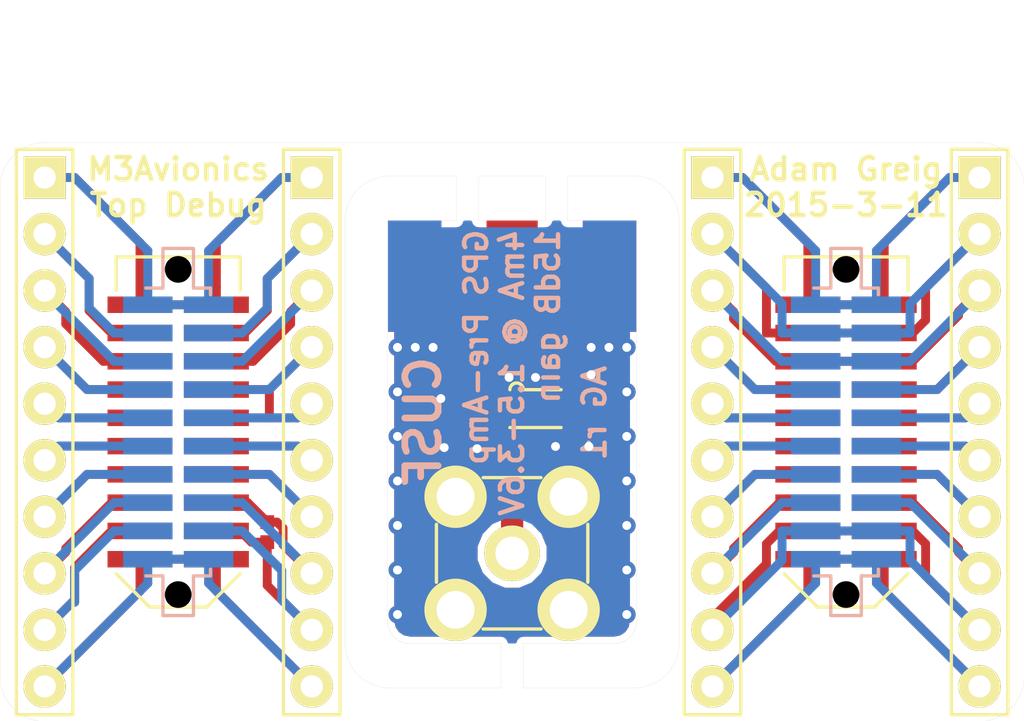
<source format=kicad_pcb>
(kicad_pcb (version 4) (host pcbnew 4.1.0-alpha+201605071002+6776~44~ubuntu14.04.1-product)

  (general
    (links 122)
    (no_connects 4)
    (area 98.8225 93.394999 147.3125 126.155001)
    (thickness 1.6)
    (drawings 39)
    (tracks 341)
    (zones 0)
    (modules 20)
    (nets 38)
  )

  (page A4)
  (title_block
    (title "GPS Filter & Preamp")
    (date 2016-05-29)
    (rev 1)
    (company "CU Spaceflight")
    (comment 1 "Drawn By: Adam Greig")
  )

  (layers
    (0 F.Cu signal)
    (31 B.Cu signal)
    (32 B.Adhes user)
    (33 F.Adhes user)
    (34 B.Paste user)
    (35 F.Paste user)
    (36 B.SilkS user)
    (37 F.SilkS user)
    (38 B.Mask user)
    (39 F.Mask user)
    (40 Dwgs.User user)
    (41 Cmts.User user)
    (42 Eco1.User user)
    (43 Eco2.User user)
    (44 Edge.Cuts user)
    (45 Margin user)
    (46 B.CrtYd user)
    (47 F.CrtYd user hide)
    (48 B.Fab user)
    (49 F.Fab user hide)
  )

  (setup
    (last_trace_width 0.25)
    (user_trace_width 0.25)
    (user_trace_width 0.4)
    (user_trace_width 0.5)
    (user_trace_width 0.25)
    (user_trace_width 0.4)
    (user_trace_width 0.5)
    (trace_clearance 0.2)
    (zone_clearance 0.3)
    (zone_45_only no)
    (trace_min 0.2)
    (segment_width 0.2)
    (edge_width 0.01)
    (via_size 0.6)
    (via_drill 0.4)
    (via_min_size 0.4)
    (via_min_drill 0.3)
    (user_via 0.8 0.4)
    (user_via 0.8 0.4)
    (uvia_size 0.3)
    (uvia_drill 0.1)
    (uvias_allowed no)
    (uvia_min_size 0.2)
    (uvia_min_drill 0.1)
    (pcb_text_width 0.3)
    (pcb_text_size 1.5 1.5)
    (mod_edge_width 0.15)
    (mod_text_size 1 1)
    (mod_text_width 0.15)
    (pad_size 1.524 1.524)
    (pad_drill 0.762)
    (pad_to_mask_clearance 0)
    (aux_axis_origin 0 0)
    (visible_elements FFFFFF7F)
    (pcbplotparams
      (layerselection 0x010f0_ffffffff)
      (usegerberextensions true)
      (excludeedgelayer true)
      (linewidth 0.100000)
      (plotframeref false)
      (viasonmask false)
      (mode 1)
      (useauxorigin false)
      (hpglpennumber 1)
      (hpglpenspeed 20)
      (hpglpendiameter 15)
      (psnegative false)
      (psa4output false)
      (plotreference false)
      (plotvalue false)
      (plotinvisibletext false)
      (padsonsilk false)
      (subtractmaskfromsilk true)
      (outputformat 1)
      (mirror false)
      (drillshape 0)
      (scaleselection 1)
      (outputdirectory /home/adam/Projects/m3-avionics/m3debug/end_pcb/panel_with_gpspreamp/gerbers/))
  )

  (net 0 "")
  (net 1 GND)
  (net 2 /3v3_IMU)
  (net 3 /JTMS)
  (net 4 /3v3_RADIO)
  (net 5 /JTCK)
  (net 6 /3v3_FC)
  (net 7 /JTDI)
  (net 8 /3v3_PYRO)
  (net 9 /3v3_DL)
  (net 10 /RSVD1)
  (net 11 /3v3_AUX1)
  (net 12 /5v_CAN)
  (net 13 /3v3_AUX2)
  (net 14 /CAN-)
  (net 15 /RSVD2)
  (net 16 /CAN+)
  (net 17 /PYRO_SO)
  (net 18 /PYRO_SI)
  (net 19 /5v_RADIO)
  (net 20 /PYRO1)
  (net 21 /5v_IMU)
  (net 22 /PYRO2)
  (net 23 /5v_AUX1)
  (net 24 /PYRO3)
  (net 25 /5v_AUX2)
  (net 26 /PYRO4)
  (net 27 /5v_CAM)
  (net 28 /PWR)
  (net 29 /CHARGE)
  (net 30 "Net-(C1-Pad1)")
  (net 31 "Net-(C3-Pad1)")
  (net 32 "Net-(C3-Pad2)")
  (net 33 "Net-(IC1-Pad3)")
  (net 34 "Net-(IC1-Pad4)")
  (net 35 "Net-(IC1-Pad5)")
  (net 36 "Net-(L3-Pad2)")
  (net 37 "Net-(L4-Pad2)")

  (net_class Default "This is the default net class."
    (clearance 0.2)
    (trace_width 0.25)
    (via_dia 0.6)
    (via_drill 0.4)
    (uvia_dia 0.3)
    (uvia_drill 0.1)
    (add_net /3v3_AUX1)
    (add_net /3v3_AUX2)
    (add_net /3v3_DL)
    (add_net /3v3_FC)
    (add_net /3v3_IMU)
    (add_net /3v3_PYRO)
    (add_net /3v3_RADIO)
    (add_net /5v_AUX1)
    (add_net /5v_AUX2)
    (add_net /5v_CAM)
    (add_net /5v_CAN)
    (add_net /5v_IMU)
    (add_net /5v_RADIO)
    (add_net /CAN+)
    (add_net /CAN-)
    (add_net /CHARGE)
    (add_net /JTCK)
    (add_net /JTDI)
    (add_net /JTMS)
    (add_net /PWR)
    (add_net /PYRO1)
    (add_net /PYRO2)
    (add_net /PYRO3)
    (add_net /PYRO4)
    (add_net /PYRO_SI)
    (add_net /PYRO_SO)
    (add_net /RSVD1)
    (add_net /RSVD2)
    (add_net GND)
    (add_net "Net-(C1-Pad1)")
    (add_net "Net-(C3-Pad1)")
    (add_net "Net-(C3-Pad2)")
    (add_net "Net-(IC1-Pad3)")
    (add_net "Net-(IC1-Pad4)")
    (add_net "Net-(IC1-Pad5)")
    (add_net "Net-(L3-Pad2)")
    (add_net "Net-(L4-Pad2)")
  )

  (module agg:TFML-110-02-L-D (layer F.Cu) (tedit 56B15E0A) (tstamp 56E215B2)
    (at 108 113 270)
    (path /56BABEF1)
    (fp_text reference J1 (at 0 -4.125 270) (layer F.Fab)
      (effects (font (size 1 1) (thickness 0.15)))
    )
    (fp_text value "WEST TOP" (at 0 4.125 270) (layer F.Fab)
      (effects (font (size 1 1) (thickness 0.15)))
    )
    (fp_line (start -7.94 -2.86) (end 7.94 -2.86) (layer F.Fab) (width 0.01))
    (fp_line (start 7.94 -2.86) (end 7.94 2.86) (layer F.Fab) (width 0.01))
    (fp_line (start 7.94 2.86) (end -7.94 2.86) (layer F.Fab) (width 0.01))
    (fp_line (start -7.94 2.86) (end -7.94 -2.86) (layer F.Fab) (width 0.01))
    (fp_line (start -8.6 -3.45) (end 8.6 -3.45) (layer F.CrtYd) (width 0.01))
    (fp_line (start 8.6 -3.45) (end 8.6 3.45) (layer F.CrtYd) (width 0.01))
    (fp_line (start 8.6 3.45) (end -8.6 3.45) (layer F.CrtYd) (width 0.01))
    (fp_line (start -8.6 3.45) (end -8.6 -3.45) (layer F.CrtYd) (width 0.01))
    (fp_line (start -6.365 -2.785) (end -7.865 -2.785) (layer F.SilkS) (width 0.15))
    (fp_line (start -7.865 -2.785) (end -7.865 2.785) (layer F.SilkS) (width 0.15))
    (fp_line (start -7.865 2.785) (end -6.365 2.785) (layer F.SilkS) (width 0.15))
    (fp_line (start 6.365 2.785) (end 7.865 1.285) (layer F.SilkS) (width 0.15))
    (fp_line (start 7.865 1.285) (end 7.865 -1.285) (layer F.SilkS) (width 0.15))
    (fp_line (start 7.865 -1.285) (end 6.365 -2.785) (layer F.SilkS) (width 0.15))
    (pad 1 smd rect (at -5.715 1.715 270) (size 0.74 2.92) (layers F.Cu F.Paste F.Mask)
      (net 1 GND))
    (pad 2 smd rect (at -5.715 -1.715 270) (size 0.74 2.92) (layers F.Cu F.Paste F.Mask)
      (net 1 GND))
    (pad 3 smd rect (at -4.445 1.715 270) (size 0.74 2.92) (layers F.Cu F.Paste F.Mask)
      (net 2 /3v3_IMU))
    (pad 4 smd rect (at -4.445 -1.715 270) (size 0.74 2.92) (layers F.Cu F.Paste F.Mask)
      (net 3 /JTMS))
    (pad 5 smd rect (at -3.175 1.715 270) (size 0.74 2.92) (layers F.Cu F.Paste F.Mask)
      (net 4 /3v3_RADIO))
    (pad 6 smd rect (at -3.175 -1.715 270) (size 0.74 2.92) (layers F.Cu F.Paste F.Mask)
      (net 5 /JTCK))
    (pad 7 smd rect (at -1.905 1.715 270) (size 0.74 2.92) (layers F.Cu F.Paste F.Mask)
      (net 6 /3v3_FC))
    (pad 8 smd rect (at -1.905 -1.715 270) (size 0.74 2.92) (layers F.Cu F.Paste F.Mask)
      (net 7 /JTDI))
    (pad 9 smd rect (at -0.635 1.715 270) (size 0.74 2.92) (layers F.Cu F.Paste F.Mask)
      (net 8 /3v3_PYRO))
    (pad 10 smd rect (at -0.635 -1.715 270) (size 0.74 2.92) (layers F.Cu F.Paste F.Mask)
      (net 7 /JTDI))
    (pad 11 smd rect (at 0.635 1.715 270) (size 0.74 2.92) (layers F.Cu F.Paste F.Mask)
      (net 9 /3v3_DL))
    (pad 12 smd rect (at 0.635 -1.715 270) (size 0.74 2.92) (layers F.Cu F.Paste F.Mask)
      (net 10 /RSVD1))
    (pad 13 smd rect (at 1.905 1.715 270) (size 0.74 2.92) (layers F.Cu F.Paste F.Mask)
      (net 11 /3v3_AUX1))
    (pad 14 smd rect (at 1.905 -1.715 270) (size 0.74 2.92) (layers F.Cu F.Paste F.Mask)
      (net 12 /5v_CAN))
    (pad 15 smd rect (at 3.175 1.715 270) (size 0.74 2.92) (layers F.Cu F.Paste F.Mask)
      (net 13 /3v3_AUX2))
    (pad 16 smd rect (at 3.175 -1.715 270) (size 0.74 2.92) (layers F.Cu F.Paste F.Mask)
      (net 14 /CAN-))
    (pad 17 smd rect (at 4.445 1.715 270) (size 0.74 2.92) (layers F.Cu F.Paste F.Mask)
      (net 15 /RSVD2))
    (pad 18 smd rect (at 4.445 -1.715 270) (size 0.74 2.92) (layers F.Cu F.Paste F.Mask)
      (net 16 /CAN+))
    (pad 19 smd rect (at 5.715 1.715 270) (size 0.74 2.92) (layers F.Cu F.Paste F.Mask)
      (net 1 GND))
    (pad 20 smd rect (at 5.715 -1.715 270) (size 0.74 2.92) (layers F.Cu F.Paste F.Mask)
      (net 1 GND))
  )

  (module agg:TFML-110-02-L-D (layer F.Cu) (tedit 56B15E0A) (tstamp 56E215D8)
    (at 138 113 270)
    (path /56BABE9D)
    (fp_text reference J2 (at 0 -4.125 270) (layer F.Fab)
      (effects (font (size 1 1) (thickness 0.15)))
    )
    (fp_text value "EAST TOP" (at 0 4.125 270) (layer F.Fab)
      (effects (font (size 1 1) (thickness 0.15)))
    )
    (fp_line (start -7.94 -2.86) (end 7.94 -2.86) (layer F.Fab) (width 0.01))
    (fp_line (start 7.94 -2.86) (end 7.94 2.86) (layer F.Fab) (width 0.01))
    (fp_line (start 7.94 2.86) (end -7.94 2.86) (layer F.Fab) (width 0.01))
    (fp_line (start -7.94 2.86) (end -7.94 -2.86) (layer F.Fab) (width 0.01))
    (fp_line (start -8.6 -3.45) (end 8.6 -3.45) (layer F.CrtYd) (width 0.01))
    (fp_line (start 8.6 -3.45) (end 8.6 3.45) (layer F.CrtYd) (width 0.01))
    (fp_line (start 8.6 3.45) (end -8.6 3.45) (layer F.CrtYd) (width 0.01))
    (fp_line (start -8.6 3.45) (end -8.6 -3.45) (layer F.CrtYd) (width 0.01))
    (fp_line (start -6.365 -2.785) (end -7.865 -2.785) (layer F.SilkS) (width 0.15))
    (fp_line (start -7.865 -2.785) (end -7.865 2.785) (layer F.SilkS) (width 0.15))
    (fp_line (start -7.865 2.785) (end -6.365 2.785) (layer F.SilkS) (width 0.15))
    (fp_line (start 6.365 2.785) (end 7.865 1.285) (layer F.SilkS) (width 0.15))
    (fp_line (start 7.865 1.285) (end 7.865 -1.285) (layer F.SilkS) (width 0.15))
    (fp_line (start 7.865 -1.285) (end 6.365 -2.785) (layer F.SilkS) (width 0.15))
    (pad 1 smd rect (at -5.715 1.715 270) (size 0.74 2.92) (layers F.Cu F.Paste F.Mask)
      (net 1 GND))
    (pad 2 smd rect (at -5.715 -1.715 270) (size 0.74 2.92) (layers F.Cu F.Paste F.Mask)
      (net 1 GND))
    (pad 3 smd rect (at -4.445 1.715 270) (size 0.74 2.92) (layers F.Cu F.Paste F.Mask)
      (net 17 /PYRO_SO))
    (pad 4 smd rect (at -4.445 -1.715 270) (size 0.74 2.92) (layers F.Cu F.Paste F.Mask)
      (net 17 /PYRO_SO))
    (pad 5 smd rect (at -3.175 1.715 270) (size 0.74 2.92) (layers F.Cu F.Paste F.Mask)
      (net 18 /PYRO_SI))
    (pad 6 smd rect (at -3.175 -1.715 270) (size 0.74 2.92) (layers F.Cu F.Paste F.Mask)
      (net 18 /PYRO_SI))
    (pad 7 smd rect (at -1.905 1.715 270) (size 0.74 2.92) (layers F.Cu F.Paste F.Mask)
      (net 19 /5v_RADIO))
    (pad 8 smd rect (at -1.905 -1.715 270) (size 0.74 2.92) (layers F.Cu F.Paste F.Mask)
      (net 20 /PYRO1))
    (pad 9 smd rect (at -0.635 1.715 270) (size 0.74 2.92) (layers F.Cu F.Paste F.Mask)
      (net 21 /5v_IMU))
    (pad 10 smd rect (at -0.635 -1.715 270) (size 0.74 2.92) (layers F.Cu F.Paste F.Mask)
      (net 22 /PYRO2))
    (pad 11 smd rect (at 0.635 1.715 270) (size 0.74 2.92) (layers F.Cu F.Paste F.Mask)
      (net 23 /5v_AUX1))
    (pad 12 smd rect (at 0.635 -1.715 270) (size 0.74 2.92) (layers F.Cu F.Paste F.Mask)
      (net 24 /PYRO3))
    (pad 13 smd rect (at 1.905 1.715 270) (size 0.74 2.92) (layers F.Cu F.Paste F.Mask)
      (net 25 /5v_AUX2))
    (pad 14 smd rect (at 1.905 -1.715 270) (size 0.74 2.92) (layers F.Cu F.Paste F.Mask)
      (net 26 /PYRO4))
    (pad 15 smd rect (at 3.175 1.715 270) (size 0.74 2.92) (layers F.Cu F.Paste F.Mask)
      (net 27 /5v_CAM))
    (pad 16 smd rect (at 3.175 -1.715 270) (size 0.74 2.92) (layers F.Cu F.Paste F.Mask)
      (net 28 /PWR))
    (pad 17 smd rect (at 4.445 1.715 270) (size 0.74 2.92) (layers F.Cu F.Paste F.Mask)
      (net 29 /CHARGE))
    (pad 18 smd rect (at 4.445 -1.715 270) (size 0.74 2.92) (layers F.Cu F.Paste F.Mask)
      (net 29 /CHARGE))
    (pad 19 smd rect (at 5.715 1.715 270) (size 0.74 2.92) (layers F.Cu F.Paste F.Mask)
      (net 1 GND))
    (pad 20 smd rect (at 5.715 -1.715 270) (size 0.74 2.92) (layers F.Cu F.Paste F.Mask)
      (net 1 GND))
  )

  (module agg:SFML-110-02-L-D-LC (layer B.Cu) (tedit 56B16747) (tstamp 56E2160E)
    (at 108 113 270)
    (path /56BABF81)
    (fp_text reference J3 (at 0 4.125 270) (layer B.Fab)
      (effects (font (size 1 1) (thickness 0.15)) (justify mirror))
    )
    (fp_text value "WEST BOT" (at 0 -4.125 270) (layer B.Fab)
      (effects (font (size 1 1) (thickness 0.15)) (justify mirror))
    )
    (fp_line (start -6.54 1.525) (end 6.54 1.525) (layer B.Fab) (width 0.01))
    (fp_line (start 6.54 1.525) (end 6.54 0.76) (layer B.Fab) (width 0.01))
    (fp_line (start 6.54 0.76) (end 8.32 0.76) (layer B.Fab) (width 0.01))
    (fp_line (start 8.32 0.76) (end 8.32 -0.76) (layer B.Fab) (width 0.01))
    (fp_line (start 8.32 -0.76) (end 6.54 -0.76) (layer B.Fab) (width 0.01))
    (fp_line (start 6.54 -0.76) (end 6.54 -1.525) (layer B.Fab) (width 0.01))
    (fp_line (start 6.54 -1.525) (end -6.54 -1.525) (layer B.Fab) (width 0.01))
    (fp_line (start -6.54 -1.525) (end -6.54 -0.76) (layer B.Fab) (width 0.01))
    (fp_line (start -6.54 -0.76) (end -8.32 -0.76) (layer B.Fab) (width 0.01))
    (fp_line (start -8.32 -0.76) (end -8.32 0.76) (layer B.Fab) (width 0.01))
    (fp_line (start -8.32 0.76) (end -6.54 0.76) (layer B.Fab) (width 0.01))
    (fp_line (start -6.54 0.76) (end -6.54 1.525) (layer B.Fab) (width 0.01))
    (fp_line (start -8.6 3.45) (end 8.6 3.45) (layer B.CrtYd) (width 0.01))
    (fp_line (start 8.6 3.45) (end 8.6 -3.45) (layer B.CrtYd) (width 0.01))
    (fp_line (start 8.6 -3.45) (end -8.6 -3.45) (layer B.CrtYd) (width 0.01))
    (fp_line (start -8.6 -3.45) (end -8.6 3.45) (layer B.CrtYd) (width 0.01))
    (fp_line (start 6.465 1.45) (end 6.465 0.685) (layer B.SilkS) (width 0.15))
    (fp_line (start 6.465 0.685) (end 8.245 0.685) (layer B.SilkS) (width 0.15))
    (fp_line (start 8.245 0.685) (end 8.245 -0.685) (layer B.SilkS) (width 0.15))
    (fp_line (start 8.245 -0.685) (end 6.465 -0.685) (layer B.SilkS) (width 0.15))
    (fp_line (start 6.465 -0.685) (end 6.465 -1.45) (layer B.SilkS) (width 0.15))
    (fp_line (start 6.465 -1.45) (end 6.165 -1.45) (layer B.SilkS) (width 0.15))
    (fp_line (start -6.165 -1.45) (end -6.465 -1.45) (layer B.SilkS) (width 0.15))
    (fp_line (start -6.465 -1.45) (end -6.465 -0.685) (layer B.SilkS) (width 0.15))
    (fp_line (start -6.465 -0.685) (end -8.245 -0.685) (layer B.SilkS) (width 0.15))
    (fp_line (start -8.245 -0.685) (end -8.245 0.685) (layer B.SilkS) (width 0.15))
    (fp_line (start -8.245 0.685) (end -6.465 0.685) (layer B.SilkS) (width 0.15))
    (fp_line (start -6.465 0.685) (end -6.465 1.45) (layer B.SilkS) (width 0.15))
    (pad 1 smd rect (at -5.715 1.365 270) (size 0.74 2.22) (layers B.Cu B.Paste B.Mask)
      (net 1 GND))
    (pad 2 smd rect (at -5.715 -1.365 270) (size 0.74 2.22) (layers B.Cu B.Paste B.Mask)
      (net 1 GND))
    (pad 3 smd rect (at -4.445 1.365 270) (size 0.74 2.22) (layers B.Cu B.Paste B.Mask)
      (net 2 /3v3_IMU))
    (pad 4 smd rect (at -4.445 -1.365 270) (size 0.74 2.22) (layers B.Cu B.Paste B.Mask)
      (net 3 /JTMS))
    (pad 5 smd rect (at -3.175 1.365 270) (size 0.74 2.22) (layers B.Cu B.Paste B.Mask)
      (net 4 /3v3_RADIO))
    (pad 6 smd rect (at -3.175 -1.365 270) (size 0.74 2.22) (layers B.Cu B.Paste B.Mask)
      (net 5 /JTCK))
    (pad 7 smd rect (at -1.905 1.365 270) (size 0.74 2.22) (layers B.Cu B.Paste B.Mask)
      (net 6 /3v3_FC))
    (pad 8 smd rect (at -1.905 -1.365 270) (size 0.74 2.22) (layers B.Cu B.Paste B.Mask)
      (net 7 /JTDI))
    (pad 9 smd rect (at -0.635 1.365 270) (size 0.74 2.22) (layers B.Cu B.Paste B.Mask)
      (net 8 /3v3_PYRO))
    (pad 10 smd rect (at -0.635 -1.365 270) (size 0.74 2.22) (layers B.Cu B.Paste B.Mask)
      (net 7 /JTDI))
    (pad 11 smd rect (at 0.635 1.365 270) (size 0.74 2.22) (layers B.Cu B.Paste B.Mask)
      (net 9 /3v3_DL))
    (pad 12 smd rect (at 0.635 -1.365 270) (size 0.74 2.22) (layers B.Cu B.Paste B.Mask)
      (net 10 /RSVD1))
    (pad 13 smd rect (at 1.905 1.365 270) (size 0.74 2.22) (layers B.Cu B.Paste B.Mask)
      (net 11 /3v3_AUX1))
    (pad 14 smd rect (at 1.905 -1.365 270) (size 0.74 2.22) (layers B.Cu B.Paste B.Mask)
      (net 12 /5v_CAN))
    (pad 15 smd rect (at 3.175 1.365 270) (size 0.74 2.22) (layers B.Cu B.Paste B.Mask)
      (net 13 /3v3_AUX2))
    (pad 16 smd rect (at 3.175 -1.365 270) (size 0.74 2.22) (layers B.Cu B.Paste B.Mask)
      (net 14 /CAN-))
    (pad 17 smd rect (at 4.445 1.365 270) (size 0.74 2.22) (layers B.Cu B.Paste B.Mask)
      (net 15 /RSVD2))
    (pad 18 smd rect (at 4.445 -1.365 270) (size 0.74 2.22) (layers B.Cu B.Paste B.Mask)
      (net 16 /CAN+))
    (pad 19 smd rect (at 5.715 1.365 270) (size 0.74 2.22) (layers B.Cu B.Paste B.Mask)
      (net 1 GND))
    (pad 20 smd rect (at 5.715 -1.365 270) (size 0.74 2.22) (layers B.Cu B.Paste B.Mask)
      (net 1 GND))
    (pad "" np_thru_hole circle (at 7.305 0 270) (size 1.2 1.2) (drill 1.2) (layers *.Mask))
    (pad "" np_thru_hole circle (at -7.305 0 270) (size 1.2 1.2) (drill 1.2) (layers *.Mask))
  )

  (module agg:SFML-110-02-L-D-LC (layer B.Cu) (tedit 56B16747) (tstamp 56E21644)
    (at 138 113 270)
    (path /56BABF51)
    (fp_text reference J4 (at 0 4.125 270) (layer B.Fab)
      (effects (font (size 1 1) (thickness 0.15)) (justify mirror))
    )
    (fp_text value "EAST BOT" (at 0 -4.125 270) (layer B.Fab)
      (effects (font (size 1 1) (thickness 0.15)) (justify mirror))
    )
    (fp_line (start -6.54 1.525) (end 6.54 1.525) (layer B.Fab) (width 0.01))
    (fp_line (start 6.54 1.525) (end 6.54 0.76) (layer B.Fab) (width 0.01))
    (fp_line (start 6.54 0.76) (end 8.32 0.76) (layer B.Fab) (width 0.01))
    (fp_line (start 8.32 0.76) (end 8.32 -0.76) (layer B.Fab) (width 0.01))
    (fp_line (start 8.32 -0.76) (end 6.54 -0.76) (layer B.Fab) (width 0.01))
    (fp_line (start 6.54 -0.76) (end 6.54 -1.525) (layer B.Fab) (width 0.01))
    (fp_line (start 6.54 -1.525) (end -6.54 -1.525) (layer B.Fab) (width 0.01))
    (fp_line (start -6.54 -1.525) (end -6.54 -0.76) (layer B.Fab) (width 0.01))
    (fp_line (start -6.54 -0.76) (end -8.32 -0.76) (layer B.Fab) (width 0.01))
    (fp_line (start -8.32 -0.76) (end -8.32 0.76) (layer B.Fab) (width 0.01))
    (fp_line (start -8.32 0.76) (end -6.54 0.76) (layer B.Fab) (width 0.01))
    (fp_line (start -6.54 0.76) (end -6.54 1.525) (layer B.Fab) (width 0.01))
    (fp_line (start -8.6 3.45) (end 8.6 3.45) (layer B.CrtYd) (width 0.01))
    (fp_line (start 8.6 3.45) (end 8.6 -3.45) (layer B.CrtYd) (width 0.01))
    (fp_line (start 8.6 -3.45) (end -8.6 -3.45) (layer B.CrtYd) (width 0.01))
    (fp_line (start -8.6 -3.45) (end -8.6 3.45) (layer B.CrtYd) (width 0.01))
    (fp_line (start 6.465 1.45) (end 6.465 0.685) (layer B.SilkS) (width 0.15))
    (fp_line (start 6.465 0.685) (end 8.245 0.685) (layer B.SilkS) (width 0.15))
    (fp_line (start 8.245 0.685) (end 8.245 -0.685) (layer B.SilkS) (width 0.15))
    (fp_line (start 8.245 -0.685) (end 6.465 -0.685) (layer B.SilkS) (width 0.15))
    (fp_line (start 6.465 -0.685) (end 6.465 -1.45) (layer B.SilkS) (width 0.15))
    (fp_line (start 6.465 -1.45) (end 6.165 -1.45) (layer B.SilkS) (width 0.15))
    (fp_line (start -6.165 -1.45) (end -6.465 -1.45) (layer B.SilkS) (width 0.15))
    (fp_line (start -6.465 -1.45) (end -6.465 -0.685) (layer B.SilkS) (width 0.15))
    (fp_line (start -6.465 -0.685) (end -8.245 -0.685) (layer B.SilkS) (width 0.15))
    (fp_line (start -8.245 -0.685) (end -8.245 0.685) (layer B.SilkS) (width 0.15))
    (fp_line (start -8.245 0.685) (end -6.465 0.685) (layer B.SilkS) (width 0.15))
    (fp_line (start -6.465 0.685) (end -6.465 1.45) (layer B.SilkS) (width 0.15))
    (pad 1 smd rect (at -5.715 1.365 270) (size 0.74 2.22) (layers B.Cu B.Paste B.Mask)
      (net 1 GND))
    (pad 2 smd rect (at -5.715 -1.365 270) (size 0.74 2.22) (layers B.Cu B.Paste B.Mask)
      (net 1 GND))
    (pad 3 smd rect (at -4.445 1.365 270) (size 0.74 2.22) (layers B.Cu B.Paste B.Mask)
      (net 17 /PYRO_SO))
    (pad 4 smd rect (at -4.445 -1.365 270) (size 0.74 2.22) (layers B.Cu B.Paste B.Mask)
      (net 17 /PYRO_SO))
    (pad 5 smd rect (at -3.175 1.365 270) (size 0.74 2.22) (layers B.Cu B.Paste B.Mask)
      (net 18 /PYRO_SI))
    (pad 6 smd rect (at -3.175 -1.365 270) (size 0.74 2.22) (layers B.Cu B.Paste B.Mask)
      (net 18 /PYRO_SI))
    (pad 7 smd rect (at -1.905 1.365 270) (size 0.74 2.22) (layers B.Cu B.Paste B.Mask)
      (net 19 /5v_RADIO))
    (pad 8 smd rect (at -1.905 -1.365 270) (size 0.74 2.22) (layers B.Cu B.Paste B.Mask)
      (net 20 /PYRO1))
    (pad 9 smd rect (at -0.635 1.365 270) (size 0.74 2.22) (layers B.Cu B.Paste B.Mask)
      (net 21 /5v_IMU))
    (pad 10 smd rect (at -0.635 -1.365 270) (size 0.74 2.22) (layers B.Cu B.Paste B.Mask)
      (net 22 /PYRO2))
    (pad 11 smd rect (at 0.635 1.365 270) (size 0.74 2.22) (layers B.Cu B.Paste B.Mask)
      (net 23 /5v_AUX1))
    (pad 12 smd rect (at 0.635 -1.365 270) (size 0.74 2.22) (layers B.Cu B.Paste B.Mask)
      (net 24 /PYRO3))
    (pad 13 smd rect (at 1.905 1.365 270) (size 0.74 2.22) (layers B.Cu B.Paste B.Mask)
      (net 25 /5v_AUX2))
    (pad 14 smd rect (at 1.905 -1.365 270) (size 0.74 2.22) (layers B.Cu B.Paste B.Mask)
      (net 26 /PYRO4))
    (pad 15 smd rect (at 3.175 1.365 270) (size 0.74 2.22) (layers B.Cu B.Paste B.Mask)
      (net 27 /5v_CAM))
    (pad 16 smd rect (at 3.175 -1.365 270) (size 0.74 2.22) (layers B.Cu B.Paste B.Mask)
      (net 28 /PWR))
    (pad 17 smd rect (at 4.445 1.365 270) (size 0.74 2.22) (layers B.Cu B.Paste B.Mask)
      (net 29 /CHARGE))
    (pad 18 smd rect (at 4.445 -1.365 270) (size 0.74 2.22) (layers B.Cu B.Paste B.Mask)
      (net 29 /CHARGE))
    (pad 19 smd rect (at 5.715 1.365 270) (size 0.74 2.22) (layers B.Cu B.Paste B.Mask)
      (net 1 GND))
    (pad 20 smd rect (at 5.715 -1.365 270) (size 0.74 2.22) (layers B.Cu B.Paste B.Mask)
      (net 1 GND))
    (pad "" np_thru_hole circle (at 7.305 0 270) (size 1.2 1.2) (drill 1.2) (layers *.Mask))
    (pad "" np_thru_hole circle (at -7.305 0 270) (size 1.2 1.2) (drill 1.2) (layers *.Mask))
  )

  (module agg:0402 (layer F.Cu) (tedit 56836635) (tstamp 56E21654)
    (at 112 117.5 90)
    (path /56BAC2A4)
    (fp_text reference R1 (at -1.71 0 180) (layer F.Fab)
      (effects (font (size 1 1) (thickness 0.15)))
    )
    (fp_text value 120 (at 1.71 0 180) (layer F.Fab)
      (effects (font (size 1 1) (thickness 0.15)))
    )
    (fp_line (start -0.5 -0.25) (end 0.5 -0.25) (layer F.Fab) (width 0.01))
    (fp_line (start 0.5 -0.25) (end 0.5 0.25) (layer F.Fab) (width 0.01))
    (fp_line (start 0.5 0.25) (end -0.5 0.25) (layer F.Fab) (width 0.01))
    (fp_line (start -0.5 0.25) (end -0.5 -0.25) (layer F.Fab) (width 0.01))
    (fp_line (start -0.2 -0.25) (end -0.2 0.25) (layer F.Fab) (width 0.01))
    (fp_line (start 0.2 -0.25) (end 0.2 0.25) (layer F.Fab) (width 0.01))
    (fp_line (start -1.05 -0.6) (end 1.05 -0.6) (layer F.CrtYd) (width 0.01))
    (fp_line (start 1.05 -0.6) (end 1.05 0.6) (layer F.CrtYd) (width 0.01))
    (fp_line (start 1.05 0.6) (end -1.05 0.6) (layer F.CrtYd) (width 0.01))
    (fp_line (start -1.05 0.6) (end -1.05 -0.6) (layer F.CrtYd) (width 0.01))
    (pad 1 smd rect (at -0.45 0 90) (size 0.62 0.62) (layers F.Cu F.Paste F.Mask)
      (net 16 /CAN+))
    (pad 2 smd rect (at 0.45 0 90) (size 0.62 0.62) (layers F.Cu F.Paste F.Mask)
      (net 14 /CAN-))
  )

  (module agg:SIL-254P-10 (layer F.Cu) (tedit 56C3F8AB) (tstamp 56E239F2)
    (at 102 113 270)
    (path /56E21AA6)
    (fp_text reference J5 (at 0 -2.22 270) (layer F.Fab)
      (effects (font (size 1 1) (thickness 0.15)))
    )
    (fp_text value CONN_01x10 (at 0 2.22 270) (layer F.Fab)
      (effects (font (size 1 1) (thickness 0.15)))
    )
    (fp_line (start -12.7 -1.27) (end 12.7 -1.27) (layer F.Fab) (width 0.01))
    (fp_line (start 12.7 -1.27) (end 12.7 1.27) (layer F.Fab) (width 0.01))
    (fp_line (start 12.7 1.27) (end -12.7 1.27) (layer F.Fab) (width 0.01))
    (fp_line (start -12.7 1.27) (end -12.7 -1.27) (layer F.Fab) (width 0.01))
    (fp_line (start -12.7 -1.27) (end 12.7 -1.27) (layer F.SilkS) (width 0.15))
    (fp_line (start 12.7 -1.27) (end 12.7 1.27) (layer F.SilkS) (width 0.15))
    (fp_line (start 12.7 1.27) (end -12.7 1.27) (layer F.SilkS) (width 0.15))
    (fp_line (start -12.7 1.27) (end -12.7 -1.27) (layer F.SilkS) (width 0.15))
    (fp_line (start -12.95 -1.55) (end 12.95 -1.55) (layer F.CrtYd) (width 0.01))
    (fp_line (start 12.95 -1.55) (end 12.95 1.55) (layer F.CrtYd) (width 0.01))
    (fp_line (start 12.95 1.55) (end -12.95 1.55) (layer F.CrtYd) (width 0.01))
    (fp_line (start -12.95 1.55) (end -12.95 -1.55) (layer F.CrtYd) (width 0.01))
    (pad 1 thru_hole rect (at -11.43 0 270) (size 1.9 1.9) (drill 1) (layers *.Cu *.Mask F.SilkS)
      (net 1 GND))
    (pad 2 thru_hole circle (at -8.89 0 270) (size 1.9 1.9) (drill 1) (layers *.Cu *.Mask F.SilkS)
      (net 2 /3v3_IMU))
    (pad 3 thru_hole circle (at -6.35 0 270) (size 1.9 1.9) (drill 1) (layers *.Cu *.Mask F.SilkS)
      (net 4 /3v3_RADIO))
    (pad 4 thru_hole circle (at -3.81 0 270) (size 1.9 1.9) (drill 1) (layers *.Cu *.Mask F.SilkS)
      (net 6 /3v3_FC))
    (pad 5 thru_hole circle (at -1.27 0 270) (size 1.9 1.9) (drill 1) (layers *.Cu *.Mask F.SilkS)
      (net 8 /3v3_PYRO))
    (pad 6 thru_hole circle (at 1.27 0 270) (size 1.9 1.9) (drill 1) (layers *.Cu *.Mask F.SilkS)
      (net 9 /3v3_DL))
    (pad 7 thru_hole circle (at 3.81 0 270) (size 1.9 1.9) (drill 1) (layers *.Cu *.Mask F.SilkS)
      (net 11 /3v3_AUX1))
    (pad 8 thru_hole circle (at 6.35 0 270) (size 1.9 1.9) (drill 1) (layers *.Cu *.Mask F.SilkS)
      (net 13 /3v3_AUX2))
    (pad 9 thru_hole circle (at 8.89 0 270) (size 1.9 1.9) (drill 1) (layers *.Cu *.Mask F.SilkS)
      (net 15 /RSVD2))
    (pad 10 thru_hole circle (at 11.43 0 270) (size 1.9 1.9) (drill 1) (layers *.Cu *.Mask F.SilkS)
      (net 1 GND))
  )

  (module agg:SIL-254P-10 (layer F.Cu) (tedit 56C3F8AB) (tstamp 56E23A0C)
    (at 114 113 270)
    (path /56E222B1)
    (fp_text reference J6 (at 0 -2.22 270) (layer F.Fab)
      (effects (font (size 1 1) (thickness 0.15)))
    )
    (fp_text value CONN_01x10 (at 0 2.22 270) (layer F.Fab)
      (effects (font (size 1 1) (thickness 0.15)))
    )
    (fp_line (start -12.7 -1.27) (end 12.7 -1.27) (layer F.Fab) (width 0.01))
    (fp_line (start 12.7 -1.27) (end 12.7 1.27) (layer F.Fab) (width 0.01))
    (fp_line (start 12.7 1.27) (end -12.7 1.27) (layer F.Fab) (width 0.01))
    (fp_line (start -12.7 1.27) (end -12.7 -1.27) (layer F.Fab) (width 0.01))
    (fp_line (start -12.7 -1.27) (end 12.7 -1.27) (layer F.SilkS) (width 0.15))
    (fp_line (start 12.7 -1.27) (end 12.7 1.27) (layer F.SilkS) (width 0.15))
    (fp_line (start 12.7 1.27) (end -12.7 1.27) (layer F.SilkS) (width 0.15))
    (fp_line (start -12.7 1.27) (end -12.7 -1.27) (layer F.SilkS) (width 0.15))
    (fp_line (start -12.95 -1.55) (end 12.95 -1.55) (layer F.CrtYd) (width 0.01))
    (fp_line (start 12.95 -1.55) (end 12.95 1.55) (layer F.CrtYd) (width 0.01))
    (fp_line (start 12.95 1.55) (end -12.95 1.55) (layer F.CrtYd) (width 0.01))
    (fp_line (start -12.95 1.55) (end -12.95 -1.55) (layer F.CrtYd) (width 0.01))
    (pad 1 thru_hole rect (at -11.43 0 270) (size 1.9 1.9) (drill 1) (layers *.Cu *.Mask F.SilkS)
      (net 1 GND))
    (pad 2 thru_hole circle (at -8.89 0 270) (size 1.9 1.9) (drill 1) (layers *.Cu *.Mask F.SilkS)
      (net 3 /JTMS))
    (pad 3 thru_hole circle (at -6.35 0 270) (size 1.9 1.9) (drill 1) (layers *.Cu *.Mask F.SilkS)
      (net 5 /JTCK))
    (pad 4 thru_hole circle (at -3.81 0 270) (size 1.9 1.9) (drill 1) (layers *.Cu *.Mask F.SilkS)
      (net 7 /JTDI))
    (pad 5 thru_hole circle (at -1.27 0 270) (size 1.9 1.9) (drill 1) (layers *.Cu *.Mask F.SilkS)
      (net 7 /JTDI))
    (pad 6 thru_hole circle (at 1.27 0 270) (size 1.9 1.9) (drill 1) (layers *.Cu *.Mask F.SilkS)
      (net 10 /RSVD1))
    (pad 7 thru_hole circle (at 3.81 0 270) (size 1.9 1.9) (drill 1) (layers *.Cu *.Mask F.SilkS)
      (net 12 /5v_CAN))
    (pad 8 thru_hole circle (at 6.35 0 270) (size 1.9 1.9) (drill 1) (layers *.Cu *.Mask F.SilkS)
      (net 14 /CAN-))
    (pad 9 thru_hole circle (at 8.89 0 270) (size 1.9 1.9) (drill 1) (layers *.Cu *.Mask F.SilkS)
      (net 16 /CAN+))
    (pad 10 thru_hole circle (at 11.43 0 270) (size 1.9 1.9) (drill 1) (layers *.Cu *.Mask F.SilkS)
      (net 1 GND))
  )

  (module agg:SIL-254P-10 (layer F.Cu) (tedit 56C3F8AB) (tstamp 56E23A26)
    (at 132 113 270)
    (path /56E22AC8)
    (fp_text reference J7 (at 0 -2.22 270) (layer F.Fab)
      (effects (font (size 1 1) (thickness 0.15)))
    )
    (fp_text value CONN_01x10 (at 0 2.22 270) (layer F.Fab)
      (effects (font (size 1 1) (thickness 0.15)))
    )
    (fp_line (start -12.7 -1.27) (end 12.7 -1.27) (layer F.Fab) (width 0.01))
    (fp_line (start 12.7 -1.27) (end 12.7 1.27) (layer F.Fab) (width 0.01))
    (fp_line (start 12.7 1.27) (end -12.7 1.27) (layer F.Fab) (width 0.01))
    (fp_line (start -12.7 1.27) (end -12.7 -1.27) (layer F.Fab) (width 0.01))
    (fp_line (start -12.7 -1.27) (end 12.7 -1.27) (layer F.SilkS) (width 0.15))
    (fp_line (start 12.7 -1.27) (end 12.7 1.27) (layer F.SilkS) (width 0.15))
    (fp_line (start 12.7 1.27) (end -12.7 1.27) (layer F.SilkS) (width 0.15))
    (fp_line (start -12.7 1.27) (end -12.7 -1.27) (layer F.SilkS) (width 0.15))
    (fp_line (start -12.95 -1.55) (end 12.95 -1.55) (layer F.CrtYd) (width 0.01))
    (fp_line (start 12.95 -1.55) (end 12.95 1.55) (layer F.CrtYd) (width 0.01))
    (fp_line (start 12.95 1.55) (end -12.95 1.55) (layer F.CrtYd) (width 0.01))
    (fp_line (start -12.95 1.55) (end -12.95 -1.55) (layer F.CrtYd) (width 0.01))
    (pad 1 thru_hole rect (at -11.43 0 270) (size 1.9 1.9) (drill 1) (layers *.Cu *.Mask F.SilkS)
      (net 1 GND))
    (pad 2 thru_hole circle (at -8.89 0 270) (size 1.9 1.9) (drill 1) (layers *.Cu *.Mask F.SilkS)
      (net 17 /PYRO_SO))
    (pad 3 thru_hole circle (at -6.35 0 270) (size 1.9 1.9) (drill 1) (layers *.Cu *.Mask F.SilkS)
      (net 18 /PYRO_SI))
    (pad 4 thru_hole circle (at -3.81 0 270) (size 1.9 1.9) (drill 1) (layers *.Cu *.Mask F.SilkS)
      (net 19 /5v_RADIO))
    (pad 5 thru_hole circle (at -1.27 0 270) (size 1.9 1.9) (drill 1) (layers *.Cu *.Mask F.SilkS)
      (net 21 /5v_IMU))
    (pad 6 thru_hole circle (at 1.27 0 270) (size 1.9 1.9) (drill 1) (layers *.Cu *.Mask F.SilkS)
      (net 23 /5v_AUX1))
    (pad 7 thru_hole circle (at 3.81 0 270) (size 1.9 1.9) (drill 1) (layers *.Cu *.Mask F.SilkS)
      (net 25 /5v_AUX2))
    (pad 8 thru_hole circle (at 6.35 0 270) (size 1.9 1.9) (drill 1) (layers *.Cu *.Mask F.SilkS)
      (net 27 /5v_CAM))
    (pad 9 thru_hole circle (at 8.89 0 270) (size 1.9 1.9) (drill 1) (layers *.Cu *.Mask F.SilkS)
      (net 29 /CHARGE))
    (pad 10 thru_hole circle (at 11.43 0 270) (size 1.9 1.9) (drill 1) (layers *.Cu *.Mask F.SilkS)
      (net 1 GND))
  )

  (module agg:SIL-254P-10 (layer F.Cu) (tedit 56C3F8AB) (tstamp 56E23A40)
    (at 144 113 270)
    (path /56E22BDA)
    (fp_text reference J8 (at 0 -2.22 270) (layer F.Fab)
      (effects (font (size 1 1) (thickness 0.15)))
    )
    (fp_text value CONN_01x10 (at 0 2.22 270) (layer F.Fab)
      (effects (font (size 1 1) (thickness 0.15)))
    )
    (fp_line (start -12.7 -1.27) (end 12.7 -1.27) (layer F.Fab) (width 0.01))
    (fp_line (start 12.7 -1.27) (end 12.7 1.27) (layer F.Fab) (width 0.01))
    (fp_line (start 12.7 1.27) (end -12.7 1.27) (layer F.Fab) (width 0.01))
    (fp_line (start -12.7 1.27) (end -12.7 -1.27) (layer F.Fab) (width 0.01))
    (fp_line (start -12.7 -1.27) (end 12.7 -1.27) (layer F.SilkS) (width 0.15))
    (fp_line (start 12.7 -1.27) (end 12.7 1.27) (layer F.SilkS) (width 0.15))
    (fp_line (start 12.7 1.27) (end -12.7 1.27) (layer F.SilkS) (width 0.15))
    (fp_line (start -12.7 1.27) (end -12.7 -1.27) (layer F.SilkS) (width 0.15))
    (fp_line (start -12.95 -1.55) (end 12.95 -1.55) (layer F.CrtYd) (width 0.01))
    (fp_line (start 12.95 -1.55) (end 12.95 1.55) (layer F.CrtYd) (width 0.01))
    (fp_line (start 12.95 1.55) (end -12.95 1.55) (layer F.CrtYd) (width 0.01))
    (fp_line (start -12.95 1.55) (end -12.95 -1.55) (layer F.CrtYd) (width 0.01))
    (pad 1 thru_hole rect (at -11.43 0 270) (size 1.9 1.9) (drill 1) (layers *.Cu *.Mask F.SilkS)
      (net 1 GND))
    (pad 2 thru_hole circle (at -8.89 0 270) (size 1.9 1.9) (drill 1) (layers *.Cu *.Mask F.SilkS)
      (net 17 /PYRO_SO))
    (pad 3 thru_hole circle (at -6.35 0 270) (size 1.9 1.9) (drill 1) (layers *.Cu *.Mask F.SilkS)
      (net 18 /PYRO_SI))
    (pad 4 thru_hole circle (at -3.81 0 270) (size 1.9 1.9) (drill 1) (layers *.Cu *.Mask F.SilkS)
      (net 20 /PYRO1))
    (pad 5 thru_hole circle (at -1.27 0 270) (size 1.9 1.9) (drill 1) (layers *.Cu *.Mask F.SilkS)
      (net 22 /PYRO2))
    (pad 6 thru_hole circle (at 1.27 0 270) (size 1.9 1.9) (drill 1) (layers *.Cu *.Mask F.SilkS)
      (net 24 /PYRO3))
    (pad 7 thru_hole circle (at 3.81 0 270) (size 1.9 1.9) (drill 1) (layers *.Cu *.Mask F.SilkS)
      (net 26 /PYRO4))
    (pad 8 thru_hole circle (at 6.35 0 270) (size 1.9 1.9) (drill 1) (layers *.Cu *.Mask F.SilkS)
      (net 28 /PWR))
    (pad 9 thru_hole circle (at 8.89 0 270) (size 1.9 1.9) (drill 1) (layers *.Cu *.Mask F.SilkS)
      (net 29 /CHARGE))
    (pad 10 thru_hole circle (at 11.43 0 270) (size 1.9 1.9) (drill 1) (layers *.Cu *.Mask F.SilkS)
      (net 1 GND))
  )

  (module agg:0402 (layer F.Cu) (tedit 56836635) (tstamp 574B4A6C)
    (at 120.65 111.95 90)
    (path /574B3A04)
    (fp_text reference C1 (at -1.71 0 180) (layer F.Fab)
      (effects (font (size 1 1) (thickness 0.15)))
    )
    (fp_text value 1µ (at 1.71 0 180) (layer F.Fab)
      (effects (font (size 1 1) (thickness 0.15)))
    )
    (fp_line (start -0.5 -0.25) (end 0.5 -0.25) (layer F.Fab) (width 0.01))
    (fp_line (start 0.5 -0.25) (end 0.5 0.25) (layer F.Fab) (width 0.01))
    (fp_line (start 0.5 0.25) (end -0.5 0.25) (layer F.Fab) (width 0.01))
    (fp_line (start -0.5 0.25) (end -0.5 -0.25) (layer F.Fab) (width 0.01))
    (fp_line (start -0.2 -0.25) (end -0.2 0.25) (layer F.Fab) (width 0.01))
    (fp_line (start 0.2 -0.25) (end 0.2 0.25) (layer F.Fab) (width 0.01))
    (fp_line (start -1.05 -0.6) (end 1.05 -0.6) (layer F.CrtYd) (width 0.01))
    (fp_line (start 1.05 -0.6) (end 1.05 0.6) (layer F.CrtYd) (width 0.01))
    (fp_line (start 1.05 0.6) (end -1.05 0.6) (layer F.CrtYd) (width 0.01))
    (fp_line (start -1.05 0.6) (end -1.05 -0.6) (layer F.CrtYd) (width 0.01))
    (pad 1 smd rect (at -0.45 0 90) (size 0.62 0.62) (layers F.Cu F.Paste F.Mask)
      (net 30 "Net-(C1-Pad1)"))
    (pad 2 smd rect (at 0.45 0 90) (size 0.62 0.62) (layers F.Cu F.Paste F.Mask)
      (net 1 GND))
  )

  (module agg:0402 (layer F.Cu) (tedit 56836635) (tstamp 574B4A7C)
    (at 121.85 111.95 90)
    (path /574B3698)
    (fp_text reference C2 (at -1.71 0 180) (layer F.Fab)
      (effects (font (size 1 1) (thickness 0.15)))
    )
    (fp_text value 100n (at 1.71 0 180) (layer F.Fab)
      (effects (font (size 1 1) (thickness 0.15)))
    )
    (fp_line (start -0.5 -0.25) (end 0.5 -0.25) (layer F.Fab) (width 0.01))
    (fp_line (start 0.5 -0.25) (end 0.5 0.25) (layer F.Fab) (width 0.01))
    (fp_line (start 0.5 0.25) (end -0.5 0.25) (layer F.Fab) (width 0.01))
    (fp_line (start -0.5 0.25) (end -0.5 -0.25) (layer F.Fab) (width 0.01))
    (fp_line (start -0.2 -0.25) (end -0.2 0.25) (layer F.Fab) (width 0.01))
    (fp_line (start 0.2 -0.25) (end 0.2 0.25) (layer F.Fab) (width 0.01))
    (fp_line (start -1.05 -0.6) (end 1.05 -0.6) (layer F.CrtYd) (width 0.01))
    (fp_line (start 1.05 -0.6) (end 1.05 0.6) (layer F.CrtYd) (width 0.01))
    (fp_line (start 1.05 0.6) (end -1.05 0.6) (layer F.CrtYd) (width 0.01))
    (fp_line (start -1.05 0.6) (end -1.05 -0.6) (layer F.CrtYd) (width 0.01))
    (pad 1 smd rect (at -0.45 0 90) (size 0.62 0.62) (layers F.Cu F.Paste F.Mask)
      (net 30 "Net-(C1-Pad1)"))
    (pad 2 smd rect (at 0.45 0 90) (size 0.62 0.62) (layers F.Cu F.Paste F.Mask)
      (net 1 GND))
  )

  (module agg:0402 (layer F.Cu) (tedit 56836635) (tstamp 574B4A8C)
    (at 125.05 109.8 90)
    (path /574B3B1F)
    (fp_text reference C3 (at -1.71 0 180) (layer F.Fab)
      (effects (font (size 1 1) (thickness 0.15)))
    )
    (fp_text value 200p (at 1.71 0 180) (layer F.Fab)
      (effects (font (size 1 1) (thickness 0.15)))
    )
    (fp_line (start -0.5 -0.25) (end 0.5 -0.25) (layer F.Fab) (width 0.01))
    (fp_line (start 0.5 -0.25) (end 0.5 0.25) (layer F.Fab) (width 0.01))
    (fp_line (start 0.5 0.25) (end -0.5 0.25) (layer F.Fab) (width 0.01))
    (fp_line (start -0.5 0.25) (end -0.5 -0.25) (layer F.Fab) (width 0.01))
    (fp_line (start -0.2 -0.25) (end -0.2 0.25) (layer F.Fab) (width 0.01))
    (fp_line (start 0.2 -0.25) (end 0.2 0.25) (layer F.Fab) (width 0.01))
    (fp_line (start -1.05 -0.6) (end 1.05 -0.6) (layer F.CrtYd) (width 0.01))
    (fp_line (start 1.05 -0.6) (end 1.05 0.6) (layer F.CrtYd) (width 0.01))
    (fp_line (start 1.05 0.6) (end -1.05 0.6) (layer F.CrtYd) (width 0.01))
    (fp_line (start -1.05 0.6) (end -1.05 -0.6) (layer F.CrtYd) (width 0.01))
    (pad 1 smd rect (at -0.45 0 90) (size 0.62 0.62) (layers F.Cu F.Paste F.Mask)
      (net 31 "Net-(C3-Pad1)"))
    (pad 2 smd rect (at 0.45 0 90) (size 0.62 0.62) (layers F.Cu F.Paste F.Mask)
      (net 32 "Net-(C3-Pad2)"))
  )

  (module agg:DFN-6-EP-BGM (layer F.Cu) (tedit 574B1A21) (tstamp 574B4AB9)
    (at 124.05 111.95)
    (path /574B34E4)
    (fp_text reference IC1 (at 0 -1.8) (layer F.Fab)
      (effects (font (size 1 1) (thickness 0.15)))
    )
    (fp_text value BGM1043N7 (at 0 1.8) (layer F.Fab)
      (effects (font (size 1 1) (thickness 0.15)))
    )
    (fp_line (start -1.15 -0.85) (end 1.15 -0.85) (layer F.Fab) (width 0.01))
    (fp_line (start 1.15 -0.85) (end 1.15 0.85) (layer F.Fab) (width 0.01))
    (fp_line (start 1.15 0.85) (end -1.15 0.85) (layer F.Fab) (width 0.01))
    (fp_line (start -1.15 0.85) (end -1.15 -0.85) (layer F.Fab) (width 0.01))
    (fp_circle (center -0.35 -0.05) (end -0.35 0.35) (layer F.Fab) (width 0.01))
    (fp_line (start -0.84 -0.6775) (end -1.15 -0.6775) (layer F.Fab) (width 0.01))
    (fp_line (start -1.15 -0.4025) (end -0.84 -0.4025) (layer F.Fab) (width 0.01))
    (fp_line (start -0.84 -0.4025) (end -0.84 -0.6775) (layer F.Fab) (width 0.01))
    (fp_line (start -0.84 -0.1375) (end -1.15 -0.1375) (layer F.Fab) (width 0.01))
    (fp_line (start -1.15 0.1375) (end -0.84 0.1375) (layer F.Fab) (width 0.01))
    (fp_line (start -0.84 0.1375) (end -0.84 -0.1375) (layer F.Fab) (width 0.01))
    (fp_line (start -0.84 0.4025) (end -1.15 0.4025) (layer F.Fab) (width 0.01))
    (fp_line (start -1.15 0.6775) (end -0.84 0.6775) (layer F.Fab) (width 0.01))
    (fp_line (start -0.84 0.6775) (end -0.84 0.4025) (layer F.Fab) (width 0.01))
    (fp_line (start 1.15 0.4025) (end 0.84 0.4025) (layer F.Fab) (width 0.01))
    (fp_line (start 0.84 0.4025) (end 0.84 0.6775) (layer F.Fab) (width 0.01))
    (fp_line (start 0.84 0.6775) (end 1.15 0.6775) (layer F.Fab) (width 0.01))
    (fp_line (start 1.15 -0.1375) (end 0.84 -0.1375) (layer F.Fab) (width 0.01))
    (fp_line (start 0.84 -0.1375) (end 0.84 0.1375) (layer F.Fab) (width 0.01))
    (fp_line (start 0.84 0.1375) (end 1.15 0.1375) (layer F.Fab) (width 0.01))
    (fp_line (start 1.15 -0.6775) (end 0.84 -0.6775) (layer F.Fab) (width 0.01))
    (fp_line (start 0.84 -0.6775) (end 0.84 -0.4025) (layer F.Fab) (width 0.01))
    (fp_line (start 0.84 -0.4025) (end 1.15 -0.4025) (layer F.Fab) (width 0.01))
    (fp_line (start -0.55 -0.85) (end 1.15 -0.85) (layer F.SilkS) (width 0.15))
    (fp_line (start -1.15 0.85) (end 1.15 0.85) (layer F.SilkS) (width 0.15))
    (fp_arc (start -0.85 -0.85) (end -1.15 -0.85) (angle 180) (layer F.SilkS) (width 0.15))
    (fp_line (start -1.6 -1.1) (end 1.6 -1.1) (layer F.CrtYd) (width 0.01))
    (fp_line (start 1.6 -1.1) (end 1.6 1.1) (layer F.CrtYd) (width 0.01))
    (fp_line (start 1.6 1.1) (end -1.6 1.1) (layer F.CrtYd) (width 0.01))
    (fp_line (start -1.6 1.1) (end -1.6 -1.1) (layer F.CrtYd) (width 0.01))
    (pad 1 smd rect (at -1.09 -0.54) (size 0.5 0.28) (layers F.Cu F.Paste F.Mask)
      (net 30 "Net-(C1-Pad1)"))
    (pad 2 smd rect (at -1.09 0) (size 0.5 0.28) (layers F.Cu F.Paste F.Mask)
      (net 30 "Net-(C1-Pad1)"))
    (pad 3 smd rect (at -1.09 0.54) (size 0.5 0.28) (layers F.Cu F.Paste F.Mask)
      (net 33 "Net-(IC1-Pad3)"))
    (pad 4 smd rect (at 1.09 0.54) (size 0.5 0.28) (layers F.Cu F.Paste F.Mask)
      (net 34 "Net-(IC1-Pad4)"))
    (pad 5 smd rect (at 1.09 0) (size 0.5 0.28) (layers F.Cu F.Paste F.Mask)
      (net 35 "Net-(IC1-Pad5)"))
    (pad 6 smd rect (at 1.09 -0.54) (size 0.5 0.28) (layers F.Cu F.Paste F.Mask)
      (net 31 "Net-(C3-Pad1)"))
    (pad EP smd rect (at -0.35 -0.35) (size 0.5 0.5) (layers F.Cu F.Paste)
      (net 1 GND) (solder_paste_margin 0.001))
    (pad EP smd rect (at -0.35 0.35) (size 0.5 0.5) (layers F.Cu F.Paste)
      (net 1 GND) (solder_paste_margin 0.001))
    (pad EP smd rect (at 0.35 -0.35) (size 0.5 0.5) (layers F.Cu F.Paste)
      (net 1 GND) (solder_paste_margin 0.001))
    (pad EP smd rect (at 0.35 0.35) (size 0.5 0.5) (layers F.Cu F.Paste)
      (net 1 GND) (solder_paste_margin 0.001))
    (pad EP smd rect (at 0 0) (size 1.28 1.5) (layers F.Cu F.Mask)
      (net 1 GND) (solder_mask_margin 0.001))
  )

  (module agg:0402 (layer F.Cu) (tedit 56836635) (tstamp 574B4AC9)
    (at 123.5 113.65)
    (path /574B367B)
    (fp_text reference L1 (at -1.71 0 -270) (layer F.Fab)
      (effects (font (size 1 1) (thickness 0.15)))
    )
    (fp_text value 9n1 (at 1.71 0 -270) (layer F.Fab)
      (effects (font (size 1 1) (thickness 0.15)))
    )
    (fp_line (start -0.5 -0.25) (end 0.5 -0.25) (layer F.Fab) (width 0.01))
    (fp_line (start 0.5 -0.25) (end 0.5 0.25) (layer F.Fab) (width 0.01))
    (fp_line (start 0.5 0.25) (end -0.5 0.25) (layer F.Fab) (width 0.01))
    (fp_line (start -0.5 0.25) (end -0.5 -0.25) (layer F.Fab) (width 0.01))
    (fp_line (start -0.2 -0.25) (end -0.2 0.25) (layer F.Fab) (width 0.01))
    (fp_line (start 0.2 -0.25) (end 0.2 0.25) (layer F.Fab) (width 0.01))
    (fp_line (start -1.05 -0.6) (end 1.05 -0.6) (layer F.CrtYd) (width 0.01))
    (fp_line (start 1.05 -0.6) (end 1.05 0.6) (layer F.CrtYd) (width 0.01))
    (fp_line (start 1.05 0.6) (end -1.05 0.6) (layer F.CrtYd) (width 0.01))
    (fp_line (start -1.05 0.6) (end -1.05 -0.6) (layer F.CrtYd) (width 0.01))
    (pad 1 smd rect (at -0.45 0) (size 0.62 0.62) (layers F.Cu F.Paste F.Mask)
      (net 33 "Net-(IC1-Pad3)"))
    (pad 2 smd rect (at 0.45 0) (size 0.62 0.62) (layers F.Cu F.Paste F.Mask)
      (net 1 GND))
  )

  (module agg:0402 (layer F.Cu) (tedit 56836635) (tstamp 574B4AD9)
    (at 126.25 111.95 90)
    (path /574B38A5)
    (fp_text reference L2 (at -1.71 0 180) (layer F.Fab)
      (effects (font (size 1 1) (thickness 0.15)))
    )
    (fp_text value 8n2 (at 1.71 0 180) (layer F.Fab)
      (effects (font (size 1 1) (thickness 0.15)))
    )
    (fp_line (start -0.5 -0.25) (end 0.5 -0.25) (layer F.Fab) (width 0.01))
    (fp_line (start 0.5 -0.25) (end 0.5 0.25) (layer F.Fab) (width 0.01))
    (fp_line (start 0.5 0.25) (end -0.5 0.25) (layer F.Fab) (width 0.01))
    (fp_line (start -0.5 0.25) (end -0.5 -0.25) (layer F.Fab) (width 0.01))
    (fp_line (start -0.2 -0.25) (end -0.2 0.25) (layer F.Fab) (width 0.01))
    (fp_line (start 0.2 -0.25) (end 0.2 0.25) (layer F.Fab) (width 0.01))
    (fp_line (start -1.05 -0.6) (end 1.05 -0.6) (layer F.CrtYd) (width 0.01))
    (fp_line (start 1.05 -0.6) (end 1.05 0.6) (layer F.CrtYd) (width 0.01))
    (fp_line (start 1.05 0.6) (end -1.05 0.6) (layer F.CrtYd) (width 0.01))
    (fp_line (start -1.05 0.6) (end -1.05 -0.6) (layer F.CrtYd) (width 0.01))
    (pad 1 smd rect (at -0.45 0 90) (size 0.62 0.62) (layers F.Cu F.Paste F.Mask)
      (net 34 "Net-(IC1-Pad4)"))
    (pad 2 smd rect (at 0.45 0 90) (size 0.62 0.62) (layers F.Cu F.Paste F.Mask)
      (net 35 "Net-(IC1-Pad5)"))
  )

  (module agg:0402 (layer F.Cu) (tedit 56836635) (tstamp 574B4AE9)
    (at 120.1 110.25)
    (path /574B4340)
    (fp_text reference L3 (at -1.71 0 -270) (layer F.Fab)
      (effects (font (size 1 1) (thickness 0.15)))
    )
    (fp_text value 92n (at 1.71 0 -270) (layer F.Fab)
      (effects (font (size 1 1) (thickness 0.15)))
    )
    (fp_line (start -0.5 -0.25) (end 0.5 -0.25) (layer F.Fab) (width 0.01))
    (fp_line (start 0.5 -0.25) (end 0.5 0.25) (layer F.Fab) (width 0.01))
    (fp_line (start 0.5 0.25) (end -0.5 0.25) (layer F.Fab) (width 0.01))
    (fp_line (start -0.5 0.25) (end -0.5 -0.25) (layer F.Fab) (width 0.01))
    (fp_line (start -0.2 -0.25) (end -0.2 0.25) (layer F.Fab) (width 0.01))
    (fp_line (start 0.2 -0.25) (end 0.2 0.25) (layer F.Fab) (width 0.01))
    (fp_line (start -1.05 -0.6) (end 1.05 -0.6) (layer F.CrtYd) (width 0.01))
    (fp_line (start 1.05 -0.6) (end 1.05 0.6) (layer F.CrtYd) (width 0.01))
    (fp_line (start 1.05 0.6) (end -1.05 0.6) (layer F.CrtYd) (width 0.01))
    (fp_line (start -1.05 0.6) (end -1.05 -0.6) (layer F.CrtYd) (width 0.01))
    (pad 1 smd rect (at -0.45 0) (size 0.62 0.62) (layers F.Cu F.Paste F.Mask)
      (net 30 "Net-(C1-Pad1)"))
    (pad 2 smd rect (at 0.45 0) (size 0.62 0.62) (layers F.Cu F.Paste F.Mask)
      (net 36 "Net-(L3-Pad2)"))
  )

  (module agg:0402 (layer F.Cu) (tedit 56836635) (tstamp 574B4AF9)
    (at 121.75 109.8 90)
    (path /574B3CD1)
    (fp_text reference L4 (at -1.71 0 180) (layer F.Fab)
      (effects (font (size 1 1) (thickness 0.15)))
    )
    (fp_text value 92n (at 1.71 0 180) (layer F.Fab)
      (effects (font (size 1 1) (thickness 0.15)))
    )
    (fp_line (start -0.5 -0.25) (end 0.5 -0.25) (layer F.Fab) (width 0.01))
    (fp_line (start 0.5 -0.25) (end 0.5 0.25) (layer F.Fab) (width 0.01))
    (fp_line (start 0.5 0.25) (end -0.5 0.25) (layer F.Fab) (width 0.01))
    (fp_line (start -0.5 0.25) (end -0.5 -0.25) (layer F.Fab) (width 0.01))
    (fp_line (start -0.2 -0.25) (end -0.2 0.25) (layer F.Fab) (width 0.01))
    (fp_line (start 0.2 -0.25) (end 0.2 0.25) (layer F.Fab) (width 0.01))
    (fp_line (start -1.05 -0.6) (end 1.05 -0.6) (layer F.CrtYd) (width 0.01))
    (fp_line (start 1.05 -0.6) (end 1.05 0.6) (layer F.CrtYd) (width 0.01))
    (fp_line (start 1.05 0.6) (end -1.05 0.6) (layer F.CrtYd) (width 0.01))
    (fp_line (start -1.05 0.6) (end -1.05 -0.6) (layer F.CrtYd) (width 0.01))
    (pad 1 smd rect (at -0.45 0 90) (size 0.62 0.62) (layers F.Cu F.Paste F.Mask)
      (net 36 "Net-(L3-Pad2)"))
    (pad 2 smd rect (at 0.45 0 90) (size 0.62 0.62) (layers F.Cu F.Paste F.Mask)
      (net 37 "Net-(L4-Pad2)"))
  )

  (module agg:0402 (layer F.Cu) (tedit 56836635) (tstamp 574B4B09)
    (at 123.4 109.35)
    (path /574B3BD7)
    (fp_text reference L5 (at -1.71 0 -270) (layer F.Fab)
      (effects (font (size 1 1) (thickness 0.15)))
    )
    (fp_text value 92n (at 1.71 0 -270) (layer F.Fab)
      (effects (font (size 1 1) (thickness 0.15)))
    )
    (fp_line (start -0.5 -0.25) (end 0.5 -0.25) (layer F.Fab) (width 0.01))
    (fp_line (start 0.5 -0.25) (end 0.5 0.25) (layer F.Fab) (width 0.01))
    (fp_line (start 0.5 0.25) (end -0.5 0.25) (layer F.Fab) (width 0.01))
    (fp_line (start -0.5 0.25) (end -0.5 -0.25) (layer F.Fab) (width 0.01))
    (fp_line (start -0.2 -0.25) (end -0.2 0.25) (layer F.Fab) (width 0.01))
    (fp_line (start 0.2 -0.25) (end 0.2 0.25) (layer F.Fab) (width 0.01))
    (fp_line (start -1.05 -0.6) (end 1.05 -0.6) (layer F.CrtYd) (width 0.01))
    (fp_line (start 1.05 -0.6) (end 1.05 0.6) (layer F.CrtYd) (width 0.01))
    (fp_line (start 1.05 0.6) (end -1.05 0.6) (layer F.CrtYd) (width 0.01))
    (fp_line (start -1.05 0.6) (end -1.05 -0.6) (layer F.CrtYd) (width 0.01))
    (pad 1 smd rect (at -0.45 0) (size 0.62 0.62) (layers F.Cu F.Paste F.Mask)
      (net 37 "Net-(L4-Pad2)"))
    (pad 2 smd rect (at 0.45 0) (size 0.62 0.62) (layers F.Cu F.Paste F.Mask)
      (net 32 "Net-(C3-Pad2)"))
  )

  (module agg:SMA-PTH (layer F.Cu) (tedit 574B6119) (tstamp 574B4B53)
    (at 123 118.45 90)
    (path /574B353C)
    (fp_text reference P2 (at 0.05 -4.75 90) (layer F.Fab)
      (effects (font (size 1 1) (thickness 0.15)))
    )
    (fp_text value ANTENNA (at 0 4.85 90) (layer F.Fab)
      (effects (font (size 1 1) (thickness 0.15)))
    )
    (fp_line (start -1.3 3.4) (end 1.3 3.4) (layer F.SilkS) (width 0.15))
    (fp_line (start -3.4 -1.3) (end -3.4 1.3) (layer F.SilkS) (width 0.15))
    (fp_line (start 3.4 -1.3) (end 3.4 1.3) (layer F.SilkS) (width 0.15))
    (fp_line (start -1.3 -3.4) (end 1.3 -3.4) (layer F.SilkS) (width 0.15))
    (fp_line (start -4.2 4.2) (end -4.2 -4.2) (layer F.CrtYd) (width 0.01))
    (fp_line (start 4.2 4.2) (end -4.2 4.2) (layer F.CrtYd) (width 0.01))
    (fp_line (start 4.2 -4.2) (end 4.2 4.2) (layer F.CrtYd) (width 0.01))
    (fp_line (start -4.2 -4.2) (end 4.2 -4.2) (layer F.CrtYd) (width 0.01))
    (fp_line (start 2.05 3.05) (end 2.05 2.05) (layer F.Fab) (width 0.01))
    (fp_line (start 3.05 3.05) (end 2.05 3.05) (layer F.Fab) (width 0.01))
    (fp_line (start 3.05 2.05) (end 3.05 3.05) (layer F.Fab) (width 0.01))
    (fp_line (start 2.05 2.05) (end 3.05 2.05) (layer F.Fab) (width 0.01))
    (fp_line (start -3.05 3.05) (end -3.05 2.05) (layer F.Fab) (width 0.01))
    (fp_line (start -2.05 3.05) (end -3.05 3.05) (layer F.Fab) (width 0.01))
    (fp_line (start -2.05 2.05) (end -2.05 3.05) (layer F.Fab) (width 0.01))
    (fp_line (start -3.05 2.05) (end -2.05 2.05) (layer F.Fab) (width 0.01))
    (fp_line (start -3.05 -2.05) (end -3.05 -3.05) (layer F.Fab) (width 0.01))
    (fp_line (start -2.05 -2.05) (end -3.05 -2.05) (layer F.Fab) (width 0.01))
    (fp_line (start -2.05 -3.05) (end -2.05 -2.05) (layer F.Fab) (width 0.01))
    (fp_line (start -3.05 -3.05) (end -2.05 -3.05) (layer F.Fab) (width 0.01))
    (fp_line (start 2.05 -2.05) (end 2.05 -3.05) (layer F.Fab) (width 0.01))
    (fp_line (start 3.05 -2.05) (end 2.05 -2.05) (layer F.Fab) (width 0.01))
    (fp_line (start 3.05 -3.05) (end 3.05 -2.05) (layer F.Fab) (width 0.01))
    (fp_line (start 2.05 -3.05) (end 3.05 -3.05) (layer F.Fab) (width 0.01))
    (fp_circle (center 0 0) (end 0.65 0) (layer F.Fab) (width 0.01))
    (fp_line (start 3.5 -3.5) (end 3.5 3.5) (layer F.Fab) (width 0.01))
    (fp_line (start -3.5 -3.5) (end 3.5 -3.5) (layer F.Fab) (width 0.01))
    (fp_line (start -3.5 3.5) (end -3.5 -3.5) (layer F.Fab) (width 0.01))
    (fp_line (start 3.5 3.5) (end -3.5 3.5) (layer F.Fab) (width 0.01))
    (pad 1 thru_hole circle (at 0 0 90) (size 2.5 2.5) (drill 1.5) (layers *.Cu *.Mask F.SilkS)
      (net 33 "Net-(IC1-Pad3)") (zone_connect 2))
    (pad 2 thru_hole circle (at 2.54 2.54 90) (size 2.8 2.8) (drill 1.7) (layers *.Cu *.Mask F.SilkS)
      (net 1 GND) (zone_connect 2))
    (pad 2 thru_hole circle (at 2.54 -2.54 90) (size 2.8 2.8) (drill 1.7) (layers *.Cu *.Mask F.SilkS)
      (net 1 GND) (zone_connect 2))
    (pad 2 thru_hole circle (at -2.54 2.54 90) (size 2.8 2.8) (drill 1.7) (layers *.Cu *.Mask F.SilkS)
      (net 1 GND) (zone_connect 2))
    (pad 2 thru_hole circle (at -2.54 -2.54 90) (size 2.8 2.8) (drill 1.7) (layers *.Cu *.Mask F.SilkS)
      (net 1 GND) (zone_connect 2))
  )

  (module agg:SMA-EDGE (layer F.Cu) (tedit 574B60F3) (tstamp 574B4B77)
    (at 123 106)
    (path /574B3587)
    (fp_text reference P3 (at -6.5 0 -270) (layer F.Fab)
      (effects (font (size 1 1) (thickness 0.15)))
    )
    (fp_text value RECEIVER (at 6.65 0 -270) (layer F.Fab)
      (effects (font (size 1 1) (thickness 0.15)))
    )
    (fp_line (start -5.85 -12.4) (end -5.85 2.75) (layer F.CrtYd) (width 0.01))
    (fp_line (start 5.85 -12.4) (end -5.85 -12.4) (layer F.CrtYd) (width 0.01))
    (fp_line (start 5.85 2.75) (end 5.85 -12.4) (layer F.CrtYd) (width 0.01))
    (fp_line (start -5.85 2.75) (end 5.85 2.75) (layer F.CrtYd) (width 0.01))
    (fp_line (start 3.25 -7.5) (end -3.25 -7) (layer F.Fab) (width 0.01))
    (fp_line (start 3.25 -8.5) (end -3.25 -8) (layer F.Fab) (width 0.01))
    (fp_line (start 3.25 -9.5) (end -3.25 -9) (layer F.Fab) (width 0.01))
    (fp_line (start 3.25 -10.5) (end -3.25 -10) (layer F.Fab) (width 0.01))
    (fp_line (start 3.25 -6.15) (end -3.25 -6.15) (layer F.Fab) (width 0.01))
    (fp_line (start 3.25 -12.15) (end 3.25 -6.15) (layer F.Fab) (width 0.01))
    (fp_line (start -3.25 -12.15) (end 3.25 -12.15) (layer F.Fab) (width 0.01))
    (fp_line (start -3.25 -6.15) (end -3.25 -12.15) (layer F.Fab) (width 0.01))
    (fp_line (start 2.5 -6.15) (end 2.5 -4.15) (layer F.Fab) (width 0.01))
    (fp_line (start -2.5 -4.15) (end -2.5 -6.15) (layer F.Fab) (width 0.01))
    (fp_line (start 3.75 2.25) (end 3.75 -2.5) (layer F.Fab) (width 0.01))
    (fp_line (start 4.75 2.25) (end 3.75 2.25) (layer F.Fab) (width 0.01))
    (fp_line (start 4.75 -2.5) (end 4.75 2.25) (layer F.Fab) (width 0.01))
    (fp_line (start -3.75 2.25) (end -3.75 -2.5) (layer F.Fab) (width 0.01))
    (fp_line (start -4.75 2.25) (end -3.75 2.25) (layer F.Fab) (width 0.01))
    (fp_line (start -4.75 -2.5) (end -4.75 2.25) (layer F.Fab) (width 0.01))
    (fp_line (start 0.4 2.25) (end 0.4 -2.5) (layer F.Fab) (width 0.01))
    (fp_line (start -0.4 2.25) (end 0.4 2.25) (layer F.Fab) (width 0.01))
    (fp_line (start -0.4 -2.5) (end -0.4 2.25) (layer F.Fab) (width 0.01))
    (fp_line (start 4.75 -4.15) (end 4.75 -2.5) (layer F.Fab) (width 0.01))
    (fp_line (start -4.75 -4.15) (end 4.75 -4.15) (layer F.Fab) (width 0.01))
    (fp_line (start -4.75 -2.5) (end -4.75 -4.15) (layer F.Fab) (width 0.01))
    (fp_line (start -4.75 -2.5) (end 4.75 -2.5) (layer F.Fab) (width 0.01))
    (pad 1 smd rect (at 0 0) (size 2.3 5) (layers F.Cu F.Paste F.Mask)
      (net 32 "Net-(C3-Pad2)") (zone_connect 2))
    (pad 2 smd rect (at 4.375 0) (size 2.4 5) (layers B.Cu B.Paste B.Mask)
      (net 1 GND) (zone_connect 2))
    (pad 2 smd rect (at -4.375 0) (size 2.4 5) (layers B.Cu B.Paste B.Mask)
      (net 1 GND) (zone_connect 2))
    (pad 2 smd rect (at -4.375 0) (size 2.4 5) (layers F.Cu F.Paste F.Mask)
      (net 1 GND) (zone_connect 2))
    (pad 2 smd rect (at 4.375 0) (size 2.4 5) (layers F.Cu F.Paste F.Mask)
      (net 1 GND) (zone_connect 2))
  )

  (gr_line (start 123.5 124.5) (end 128.5 124.5) (layer Edge.Cuts) (width 0.01))
  (gr_line (start 127.6 122.5) (end 123.5 122.5) (layer Edge.Cuts) (width 0.01))
  (gr_line (start 125.5 103.5) (end 128.6 103.5) (layer Edge.Cuts) (width 0.01))
  (gr_line (start 125.5 101.5) (end 128.5 101.5) (layer Edge.Cuts) (width 0.01))
  (gr_line (start 121.5 103.5) (end 124.5 103.5) (layer Edge.Cuts) (width 0.01))
  (gr_line (start 121.5 101.5) (end 124.5 101.5) (layer Edge.Cuts) (width 0.01))
  (gr_line (start 125.5 103.5) (end 125.5 101.5) (layer Edge.Cuts) (width 0.01))
  (gr_line (start 124.5 103.5) (end 124.5 101.5) (layer Edge.Cuts) (width 0.01))
  (gr_line (start 121.5 101.5) (end 121.5 103.5) (layer Edge.Cuts) (width 0.01))
  (gr_line (start 120.5 101.5) (end 120.5 103.5) (layer Edge.Cuts) (width 0.01))
  (gr_line (start 123.5 122.5) (end 123.5 124.5) (layer Edge.Cuts) (width 0.01))
  (gr_line (start 122.5 122.5) (end 122.5 124.5) (layer Edge.Cuts) (width 0.01))
  (gr_text "M3Avionics\nTop Debug" (at 108 102) (layer F.SilkS)
    (effects (font (size 1 1) (thickness 0.2)))
  )
  (gr_text "Adam Greig\n2015-3-11" (at 138 102) (layer F.SilkS) (tstamp 56E23D46)
    (effects (font (size 1 1) (thickness 0.2)))
  )
  (gr_arc (start 102 102) (end 100 102) (angle 90) (layer Edge.Cuts) (width 0.01))
  (gr_arc (start 102 124) (end 102 126) (angle 90) (layer Edge.Cuts) (width 0.01))
  (gr_arc (start 144 124) (end 146 124) (angle 90) (layer Edge.Cuts) (width 0.01))
  (gr_arc (start 144 102) (end 144 100) (angle 90) (layer Edge.Cuts) (width 0.01))
  (gr_arc (start 128.5 103.5) (end 128.5 101.5) (angle 90) (layer Edge.Cuts) (width 0.01))
  (gr_arc (start 117.5 103.5) (end 115.5 103.5) (angle 90) (layer Edge.Cuts) (width 0.01))
  (gr_arc (start 117.5 122.5) (end 117.5 124.5) (angle 90) (layer Edge.Cuts) (width 0.01))
  (gr_arc (start 128.5 122.5) (end 130.5 122.5) (angle 90) (layer Edge.Cuts) (width 0.01))
  (gr_line (start 122.5 124.5) (end 117.5 124.5) (layer Edge.Cuts) (width 0.01))
  (gr_line (start 130.5 103.5) (end 130.5 122.5) (layer Edge.Cuts) (width 0.01))
  (gr_line (start 117.5 101.5) (end 120.5 101.5) (layer Edge.Cuts) (width 0.01))
  (gr_line (start 115.5 122.5) (end 115.5 103.5) (layer Edge.Cuts) (width 0.01))
  (gr_line (start 100 102) (end 100 124) (layer Edge.Cuts) (width 0.01))
  (gr_line (start 144 100) (end 102 100) (layer Edge.Cuts) (width 0.01))
  (gr_line (start 146 124) (end 146 102) (layer Edge.Cuts) (width 0.01))
  (gr_line (start 102 126) (end 144 126) (layer Edge.Cuts) (width 0.01))
  (gr_arc (start 127.6 121.5) (end 128.6 121.5) (angle 90) (layer Edge.Cuts) (width 0.01))
  (gr_arc (start 118.4 121.5) (end 118.4 122.5) (angle 90) (layer Edge.Cuts) (width 0.01))
  (gr_text CUSF (at 119 112.55 90) (layer B.SilkS)
    (effects (font (size 1.5 1.5) (thickness 0.3)) (justify mirror))
  )
  (gr_text "AG r1" (at 126.7 112.15 90) (layer B.SilkS)
    (effects (font (size 1 1) (thickness 0.2)) (justify mirror))
  )
  (gr_text "GPS Pre-Amp\n4mA @ 1.5-3.6V\n15dB gain" (at 123 103.8 90) (layer B.SilkS)
    (effects (font (size 1 1) (thickness 0.2)) (justify left mirror))
  )
  (gr_line (start 120.5 103.5) (end 117.4 103.5) (layer Edge.Cuts) (width 0.01))
  (gr_line (start 128.6 121.5) (end 128.6 103.5) (layer Edge.Cuts) (width 0.01))
  (gr_line (start 118.4 122.5) (end 122.5 122.5) (layer Edge.Cuts) (width 0.01))
  (gr_line (start 117.4 103.5) (end 117.4 121.5) (layer Edge.Cuts) (width 0.01))

  (segment (start 139.715 118.715) (end 139.715 120.145) (width 0.4) (layer F.Cu) (net 1))
  (segment (start 139.715 120.145) (end 144 124.43) (width 0.4) (layer F.Cu) (net 1))
  (segment (start 136.285 120.145) (end 132 124.43) (width 0.4) (layer F.Cu) (net 1))
  (segment (start 136.285 118.715) (end 136.285 120.145) (width 0.4) (layer F.Cu) (net 1))
  (segment (start 136.285 107.285) (end 136.285 104.505) (width 0.4) (layer F.Cu) (net 1))
  (segment (start 136.285 104.505) (end 133.35 101.57) (width 0.4) (layer F.Cu) (net 1))
  (segment (start 133.35 101.57) (end 132 101.57) (width 0.4) (layer F.Cu) (net 1))
  (segment (start 139.715 107.285) (end 139.715 104.505) (width 0.4) (layer F.Cu) (net 1))
  (segment (start 139.715 104.505) (end 142.65 101.57) (width 0.4) (layer F.Cu) (net 1))
  (segment (start 142.65 101.57) (end 144 101.57) (width 0.4) (layer F.Cu) (net 1))
  (segment (start 106.635 107.285) (end 109.365 107.285) (width 0.4) (layer B.Cu) (net 1))
  (segment (start 106.635 118.715) (end 109.365 118.715) (width 0.4) (layer B.Cu) (net 1))
  (segment (start 139.365 118.715) (end 136.635 118.715) (width 0.4) (layer B.Cu) (net 1))
  (segment (start 139.365 107.285) (end 136.635 107.285) (width 0.4) (layer B.Cu) (net 1))
  (segment (start 136.285 107.285) (end 139.715 107.285) (width 0.4) (layer F.Cu) (net 1))
  (segment (start 136.285 118.715) (end 139.715 118.715) (width 0.4) (layer F.Cu) (net 1))
  (segment (start 136.635 107.285) (end 136.635 104.855) (width 0.4) (layer B.Cu) (net 1))
  (segment (start 136.635 104.855) (end 133.35 101.57) (width 0.4) (layer B.Cu) (net 1))
  (segment (start 133.35 101.57) (end 132 101.57) (width 0.4) (layer B.Cu) (net 1))
  (segment (start 139.365 107.285) (end 139.365 104.855) (width 0.4) (layer B.Cu) (net 1))
  (segment (start 139.365 104.855) (end 142.65 101.57) (width 0.4) (layer B.Cu) (net 1))
  (segment (start 142.65 101.57) (end 144 101.57) (width 0.4) (layer B.Cu) (net 1))
  (segment (start 139.365 118.715) (end 139.365 119.795) (width 0.4) (layer B.Cu) (net 1))
  (segment (start 139.365 119.795) (end 144 124.43) (width 0.4) (layer B.Cu) (net 1))
  (segment (start 132 124.43) (end 136.635 119.795) (width 0.4) (layer B.Cu) (net 1))
  (segment (start 136.635 119.795) (end 136.635 118.715) (width 0.4) (layer B.Cu) (net 1))
  (segment (start 109.365 118.715) (end 109.365 119.795) (width 0.4) (layer B.Cu) (net 1))
  (segment (start 109.365 119.795) (end 114 124.43) (width 0.4) (layer B.Cu) (net 1))
  (segment (start 106.635 118.715) (end 106.635 119.795) (width 0.4) (layer B.Cu) (net 1))
  (segment (start 106.635 119.795) (end 102 124.43) (width 0.4) (layer B.Cu) (net 1))
  (segment (start 106.635 107.285) (end 106.635 104.855) (width 0.4) (layer B.Cu) (net 1))
  (segment (start 106.635 104.855) (end 103.35 101.57) (width 0.4) (layer B.Cu) (net 1))
  (segment (start 103.35 101.57) (end 102 101.57) (width 0.4) (layer B.Cu) (net 1))
  (segment (start 109.365 107.285) (end 109.365 104.855) (width 0.4) (layer B.Cu) (net 1))
  (segment (start 109.365 104.855) (end 112.65 101.57) (width 0.4) (layer B.Cu) (net 1))
  (segment (start 112.65 101.57) (end 114 101.57) (width 0.4) (layer B.Cu) (net 1))
  (segment (start 106.285 107.285) (end 109.715 107.285) (width 0.4) (layer F.Cu) (net 1))
  (segment (start 106.285 118.715) (end 109.715 118.715) (width 0.4) (layer F.Cu) (net 1))
  (segment (start 102 124.43) (end 106.285 120.145) (width 0.4) (layer F.Cu) (net 1))
  (segment (start 106.285 120.145) (end 106.285 118.715) (width 0.4) (layer F.Cu) (net 1))
  (segment (start 114 124.43) (end 109.715 120.145) (width 0.4) (layer F.Cu) (net 1))
  (segment (start 109.715 120.145) (end 109.715 118.715) (width 0.4) (layer F.Cu) (net 1))
  (segment (start 114 101.57) (end 112.65 101.57) (width 0.4) (layer F.Cu) (net 1))
  (segment (start 112.65 101.57) (end 109.715 104.505) (width 0.4) (layer F.Cu) (net 1))
  (segment (start 109.715 104.505) (end 109.715 106.515) (width 0.4) (layer F.Cu) (net 1))
  (segment (start 109.715 106.515) (end 109.715 107.285) (width 0.4) (layer F.Cu) (net 1))
  (segment (start 102 101.57) (end 103.35 101.57) (width 0.4) (layer F.Cu) (net 1))
  (segment (start 103.35 101.57) (end 106.285 104.505) (width 0.4) (layer F.Cu) (net 1))
  (segment (start 106.285 104.505) (end 106.285 106.515) (width 0.4) (layer F.Cu) (net 1))
  (segment (start 106.285 106.515) (end 106.285 107.285) (width 0.4) (layer F.Cu) (net 1))
  (segment (start 119.95 113.7) (end 121.375 113.7) (width 0.5) (layer F.Cu) (net 1))
  (segment (start 119.375 113.7) (end 119.95 113.7) (width 0.5) (layer F.Cu) (net 1))
  (via (at 119.95 113.7) (size 0.8) (drill 0.4) (layers F.Cu B.Cu) (net 1))
  (segment (start 117.85 113.2) (end 118.875 113.2) (width 0.5) (layer F.Cu) (net 1))
  (segment (start 118.875 113.2) (end 119.375 113.7) (width 0.5) (layer F.Cu) (net 1))
  (segment (start 121.375 113.7) (end 121.425 113.75) (width 0.5) (layer F.Cu) (net 1))
  (via (at 121.425 113.75) (size 0.8) (drill 0.4) (layers F.Cu B.Cu) (net 1))
  (segment (start 126.55 109.2) (end 126.55 110.425) (width 0.5) (layer F.Cu) (net 1))
  (via (at 126.55 110.425) (size 0.8) (drill 0.4) (layers F.Cu B.Cu) (net 1))
  (segment (start 124.95 113.65) (end 126.45 113.65) (width 0.5) (layer F.Cu) (net 1))
  (via (at 126.45 113.65) (size 0.8) (drill 0.4) (layers F.Cu B.Cu) (net 1))
  (segment (start 120.65 111.5) (end 121.85 111.5) (width 0.5) (layer F.Cu) (net 1))
  (segment (start 117.85 119.2) (end 117.85 121.2) (width 0.25) (layer B.Cu) (net 1))
  (via (at 117.85 121.2) (size 0.8) (drill 0.4) (layers F.Cu B.Cu) (net 1))
  (segment (start 117.85 117.2) (end 117.85 119.2) (width 0.25) (layer F.Cu) (net 1))
  (via (at 117.85 119.2) (size 0.8) (drill 0.4) (layers F.Cu B.Cu) (net 1))
  (segment (start 117.85 115.2) (end 117.85 117.2) (width 0.25) (layer B.Cu) (net 1))
  (via (at 117.85 117.2) (size 0.8) (drill 0.4) (layers F.Cu B.Cu) (net 1))
  (segment (start 117.85 113.2) (end 117.85 115.2) (width 0.25) (layer F.Cu) (net 1))
  (via (at 117.85 115.2) (size 0.8) (drill 0.4) (layers F.Cu B.Cu) (net 1))
  (segment (start 117.85 111.2) (end 117.85 113.2) (width 0.25) (layer B.Cu) (net 1))
  (via (at 117.85 113.2) (size 0.8) (drill 0.4) (layers F.Cu B.Cu) (net 1))
  (segment (start 117.85 109.2) (end 117.85 111.2) (width 0.25) (layer F.Cu) (net 1))
  (via (at 117.85 111.2) (size 0.8) (drill 0.4) (layers F.Cu B.Cu) (net 1))
  (segment (start 117.85 109.2) (end 118.65 109.2) (width 0.25) (layer F.Cu) (net 1))
  (segment (start 128.15 119.2) (end 128.15 121.2) (width 0.25) (layer B.Cu) (net 1))
  (via (at 128.15 121.2) (size 0.8) (drill 0.4) (layers F.Cu B.Cu) (net 1))
  (segment (start 128.15 117.2) (end 128.15 119.2) (width 0.25) (layer F.Cu) (net 1))
  (via (at 128.15 119.2) (size 0.8) (drill 0.4) (layers F.Cu B.Cu) (net 1))
  (segment (start 128.15 115.2) (end 128.15 117.2) (width 0.25) (layer B.Cu) (net 1))
  (via (at 128.15 117.2) (size 0.8) (drill 0.4) (layers F.Cu B.Cu) (net 1))
  (segment (start 128.15 113.2) (end 128.15 115.2) (width 0.25) (layer F.Cu) (net 1))
  (via (at 128.15 115.2) (size 0.8) (drill 0.4) (layers F.Cu B.Cu) (net 1))
  (segment (start 128.15 111.2) (end 128.15 113.2) (width 0.25) (layer B.Cu) (net 1))
  (via (at 128.15 113.2) (size 0.8) (drill 0.4) (layers F.Cu B.Cu) (net 1))
  (segment (start 128.15 109.2) (end 128.15 111.2) (width 0.25) (layer F.Cu) (net 1))
  (via (at 128.15 111.2) (size 0.8) (drill 0.4) (layers F.Cu B.Cu) (net 1))
  (segment (start 124.05 110.55) (end 122.86359 110.55) (width 0.25) (layer F.Cu) (net 1))
  (via (at 122.86359 110.55) (size 0.8) (drill 0.4) (layers F.Cu B.Cu) (net 1))
  (segment (start 121.85 111.5) (end 121.91359 111.5) (width 0.25) (layer F.Cu) (net 1))
  (segment (start 121.91359 111.5) (end 122.86359 110.55) (width 0.25) (layer F.Cu) (net 1))
  (segment (start 120.65 111.5) (end 119.8 111.5) (width 0.5) (layer F.Cu) (net 1))
  (via (at 119.8 111.5) (size 0.8) (drill 0.4) (layers F.Cu B.Cu) (net 1))
  (segment (start 124.05 111.95) (end 124.05 110.55) (width 0.5) (layer F.Cu) (net 1))
  (via (at 124.05 110.55) (size 0.8) (drill 0.4) (layers F.Cu B.Cu) (net 1))
  (segment (start 123.95 113.65) (end 123.95 112.05) (width 0.5) (layer F.Cu) (net 1))
  (segment (start 123.95 112.05) (end 124.05 111.95) (width 0.5) (layer F.Cu) (net 1))
  (segment (start 123.95 113.65) (end 124.95 113.65) (width 0.5) (layer F.Cu) (net 1))
  (via (at 124.95 113.65) (size 0.8) (drill 0.4) (layers F.Cu B.Cu) (net 1))
  (segment (start 127.35 109.2) (end 128.15 109.2) (width 0.5) (layer B.Cu) (net 1))
  (via (at 128.15 109.2) (size 0.8) (drill 0.4) (layers F.Cu B.Cu) (net 1))
  (segment (start 127.35 109.2) (end 126.55 109.2) (width 0.5) (layer F.Cu) (net 1))
  (via (at 126.55 109.2) (size 0.8) (drill 0.4) (layers F.Cu B.Cu) (net 1))
  (segment (start 127.375 106) (end 127.375 109.175) (width 0.5) (layer F.Cu) (net 1))
  (segment (start 127.375 109.175) (end 127.35 109.2) (width 0.5) (layer F.Cu) (net 1))
  (via (at 127.35 109.2) (size 0.8) (drill 0.4) (layers F.Cu B.Cu) (net 1))
  (segment (start 118.6 109.2) (end 119.4 109.2) (width 0.5) (layer B.Cu) (net 1))
  (via (at 119.45 109.2) (size 0.8) (drill 0.4) (layers F.Cu B.Cu) (net 1))
  (via (at 117.85 109.2) (size 0.8) (drill 0.4) (layers F.Cu B.Cu) (net 1))
  (segment (start 118.625 106) (end 118.625 109.175) (width 0.5) (layer F.Cu) (net 1))
  (segment (start 118.625 109.175) (end 118.6 109.2) (width 0.5) (layer F.Cu) (net 1))
  (via (at 118.65 109.2) (size 0.8) (drill 0.4) (layers F.Cu B.Cu) (net 1))
  (segment (start 104 107.43) (end 104 106.11) (width 0.4) (layer B.Cu) (net 2))
  (segment (start 104 106.11) (end 102 104.11) (width 0.4) (layer B.Cu) (net 2))
  (segment (start 106.635 108.555) (end 105.124999 108.554999) (width 0.4) (layer B.Cu) (net 2))
  (segment (start 105.124999 108.554999) (end 104 107.43) (width 0.4) (layer B.Cu) (net 2))
  (segment (start 104 107.550002) (end 104 106.11) (width 0.4) (layer F.Cu) (net 2))
  (segment (start 104 106.11) (end 102 104.11) (width 0.4) (layer F.Cu) (net 2))
  (segment (start 106.285 108.555) (end 105.004998 108.555) (width 0.4) (layer F.Cu) (net 2))
  (segment (start 105.004998 108.555) (end 104 107.550002) (width 0.4) (layer F.Cu) (net 2))
  (segment (start 112 107.43) (end 112 106.11) (width 0.4) (layer B.Cu) (net 3))
  (segment (start 112 106.11) (end 114 104.11) (width 0.4) (layer B.Cu) (net 3))
  (segment (start 109.365 108.555) (end 110.875 108.555) (width 0.4) (layer B.Cu) (net 3))
  (segment (start 110.875 108.555) (end 112 107.43) (width 0.4) (layer B.Cu) (net 3))
  (segment (start 112 107.550002) (end 112 106.11) (width 0.4) (layer F.Cu) (net 3))
  (segment (start 112 106.11) (end 114 104.11) (width 0.4) (layer F.Cu) (net 3))
  (segment (start 109.715 108.555) (end 110.995002 108.555) (width 0.4) (layer F.Cu) (net 3))
  (segment (start 110.995002 108.555) (end 112 107.550002) (width 0.4) (layer F.Cu) (net 3))
  (segment (start 106.635 109.825) (end 105.125 109.825) (width 0.4) (layer B.Cu) (net 4))
  (segment (start 105.125 109.825) (end 102 106.7) (width 0.4) (layer B.Cu) (net 4))
  (segment (start 102 106.7) (end 102 106.65) (width 0.4) (layer B.Cu) (net 4))
  (segment (start 106.285 109.825) (end 104.633002 109.825) (width 0.4) (layer F.Cu) (net 4))
  (segment (start 104.633002 109.825) (end 102.949999 108.141997) (width 0.4) (layer F.Cu) (net 4))
  (segment (start 102.949999 108.141997) (end 102.949999 107.599999) (width 0.4) (layer F.Cu) (net 4))
  (segment (start 102.949999 107.599999) (end 102 106.65) (width 0.4) (layer F.Cu) (net 4))
  (segment (start 109.365 109.825) (end 110.875 109.825) (width 0.4) (layer B.Cu) (net 5))
  (segment (start 110.875 109.825) (end 114 106.7) (width 0.4) (layer B.Cu) (net 5))
  (segment (start 114 106.7) (end 114 106.65) (width 0.4) (layer B.Cu) (net 5))
  (segment (start 109.715 109.825) (end 111.366998 109.825) (width 0.4) (layer F.Cu) (net 5))
  (segment (start 111.366998 109.825) (end 113.050001 108.141997) (width 0.4) (layer F.Cu) (net 5))
  (segment (start 113.050001 108.141997) (end 113.050001 107.599999) (width 0.4) (layer F.Cu) (net 5))
  (segment (start 113.050001 107.599999) (end 114 106.65) (width 0.4) (layer F.Cu) (net 5))
  (segment (start 106.635 111.095) (end 103.905 111.095) (width 0.4) (layer B.Cu) (net 6))
  (segment (start 103.905 111.095) (end 102 109.19) (width 0.4) (layer B.Cu) (net 6))
  (segment (start 106.285 111.095) (end 103.905 111.095) (width 0.4) (layer F.Cu) (net 6))
  (segment (start 103.905 111.095) (end 102 109.19) (width 0.4) (layer F.Cu) (net 6))
  (segment (start 109.715 112.365) (end 112 112.365) (width 0.4) (layer F.Cu) (net 7))
  (segment (start 112 112.365) (end 113.365 112.365) (width 0.4) (layer F.Cu) (net 7))
  (segment (start 112.095 111.095) (end 112.095 112.27) (width 0.4) (layer F.Cu) (net 7))
  (segment (start 112.095 112.27) (end 112 112.365) (width 0.4) (layer F.Cu) (net 7))
  (segment (start 109.365 111.095) (end 112.095 111.095) (width 0.4) (layer B.Cu) (net 7))
  (segment (start 112.095 111.095) (end 114 109.19) (width 0.4) (layer B.Cu) (net 7))
  (segment (start 109.365 112.365) (end 113.365 112.365) (width 0.4) (layer B.Cu) (net 7))
  (segment (start 113.365 112.365) (end 114 111.73) (width 0.4) (layer B.Cu) (net 7))
  (segment (start 113.365 112.365) (end 114 111.73) (width 0.4) (layer F.Cu) (net 7))
  (segment (start 109.715 111.095) (end 112.095 111.095) (width 0.4) (layer F.Cu) (net 7))
  (segment (start 112.095 111.095) (end 114 109.19) (width 0.4) (layer F.Cu) (net 7))
  (segment (start 106.635 112.365) (end 102.635 112.365) (width 0.4) (layer B.Cu) (net 8))
  (segment (start 102.635 112.365) (end 102 111.73) (width 0.4) (layer B.Cu) (net 8))
  (segment (start 106.285 112.365) (end 102.635 112.365) (width 0.4) (layer F.Cu) (net 8))
  (segment (start 102.635 112.365) (end 102 111.73) (width 0.4) (layer F.Cu) (net 8))
  (segment (start 106.635 113.635) (end 102.635 113.635) (width 0.4) (layer B.Cu) (net 9))
  (segment (start 102.635 113.635) (end 102 114.27) (width 0.4) (layer B.Cu) (net 9))
  (segment (start 106.285 113.635) (end 102.635 113.635) (width 0.4) (layer F.Cu) (net 9))
  (segment (start 102.635 113.635) (end 102 114.27) (width 0.4) (layer F.Cu) (net 9))
  (segment (start 109.365 113.635) (end 113.365 113.635) (width 0.4) (layer B.Cu) (net 10))
  (segment (start 113.365 113.635) (end 114 114.27) (width 0.4) (layer B.Cu) (net 10))
  (segment (start 109.715 113.635) (end 113.365 113.635) (width 0.4) (layer F.Cu) (net 10))
  (segment (start 113.365 113.635) (end 114 114.27) (width 0.4) (layer F.Cu) (net 10))
  (segment (start 106.635 114.905) (end 103.905 114.905) (width 0.4) (layer B.Cu) (net 11))
  (segment (start 103.905 114.905) (end 102 116.81) (width 0.4) (layer B.Cu) (net 11))
  (segment (start 106.285 114.905) (end 103.905 114.905) (width 0.4) (layer F.Cu) (net 11))
  (segment (start 103.905 114.905) (end 102 116.81) (width 0.4) (layer F.Cu) (net 11))
  (segment (start 109.365 114.905) (end 112.095 114.905) (width 0.4) (layer B.Cu) (net 12))
  (segment (start 112.095 114.905) (end 114 116.81) (width 0.4) (layer B.Cu) (net 12))
  (segment (start 109.715 114.905) (end 112.095 114.905) (width 0.4) (layer F.Cu) (net 12))
  (segment (start 112.095 114.905) (end 114 116.81) (width 0.4) (layer F.Cu) (net 12))
  (segment (start 106.635 116.175) (end 105.125 116.175) (width 0.4) (layer B.Cu) (net 13))
  (segment (start 105.125 116.175) (end 102 119.3) (width 0.4) (layer B.Cu) (net 13))
  (segment (start 102 119.3) (end 102 119.35) (width 0.4) (layer B.Cu) (net 13))
  (segment (start 106.285 116.175) (end 105.004998 116.175) (width 0.4) (layer F.Cu) (net 13))
  (segment (start 105.004998 116.175) (end 102.949999 118.229999) (width 0.4) (layer F.Cu) (net 13))
  (segment (start 102.949999 118.229999) (end 102.949999 118.400001) (width 0.4) (layer F.Cu) (net 13))
  (segment (start 102.949999 118.400001) (end 102 119.35) (width 0.4) (layer F.Cu) (net 13))
  (segment (start 109.365 116.175) (end 110.875 116.175) (width 0.4) (layer B.Cu) (net 14))
  (segment (start 110.875 116.175) (end 114 119.3) (width 0.4) (layer B.Cu) (net 14))
  (segment (start 114 119.3) (end 114 119.35) (width 0.4) (layer B.Cu) (net 14))
  (segment (start 112 117.05) (end 111.125 116.175) (width 0.4) (layer F.Cu) (net 14))
  (segment (start 111.125 116.175) (end 109.715 116.175) (width 0.4) (layer F.Cu) (net 14))
  (segment (start 112 117.05) (end 112.440002 117.05) (width 0.4) (layer F.Cu) (net 14))
  (segment (start 112.440002 117.05) (end 112.710001 117.319999) (width 0.4) (layer F.Cu) (net 14))
  (segment (start 112.710001 117.319999) (end 112.710001 118.060001) (width 0.4) (layer F.Cu) (net 14))
  (segment (start 112.710001 118.060001) (end 113.050001 118.400001) (width 0.4) (layer F.Cu) (net 14))
  (segment (start 113.050001 118.400001) (end 114 119.35) (width 0.4) (layer F.Cu) (net 14))
  (segment (start 103.350001 120.649999) (end 103.240001 120.649999) (width 0.4) (layer B.Cu) (net 15))
  (segment (start 103.240001 120.649999) (end 102 121.89) (width 0.4) (layer B.Cu) (net 15))
  (segment (start 106.635 117.445) (end 105.125 117.445) (width 0.4) (layer B.Cu) (net 15))
  (segment (start 105.125 117.445) (end 103.350001 119.219999) (width 0.4) (layer B.Cu) (net 15))
  (segment (start 103.350001 119.219999) (end 103.350001 120.649999) (width 0.4) (layer B.Cu) (net 15))
  (segment (start 106.285 117.445) (end 105.004998 117.445) (width 0.4) (layer F.Cu) (net 15))
  (segment (start 105.004998 117.445) (end 103.350001 119.099997) (width 0.4) (layer F.Cu) (net 15))
  (segment (start 103.350001 119.099997) (end 103.350001 120.539999) (width 0.4) (layer F.Cu) (net 15))
  (segment (start 103.350001 120.539999) (end 102.949999 120.940001) (width 0.4) (layer F.Cu) (net 15))
  (segment (start 102.949999 120.940001) (end 102 121.89) (width 0.4) (layer F.Cu) (net 15))
  (segment (start 109.365 117.445) (end 110.875 117.445) (width 0.4) (layer B.Cu) (net 16))
  (segment (start 110.875 117.445) (end 112.649999 119.219999) (width 0.4) (layer B.Cu) (net 16))
  (segment (start 112.649999 119.219999) (end 112.649999 120.539999) (width 0.4) (layer B.Cu) (net 16))
  (segment (start 112.649999 120.539999) (end 113.050001 120.940001) (width 0.4) (layer B.Cu) (net 16))
  (segment (start 113.050001 120.940001) (end 114 121.89) (width 0.4) (layer B.Cu) (net 16))
  (segment (start 112 117.95) (end 112 119.89) (width 0.4) (layer F.Cu) (net 16))
  (segment (start 112 119.89) (end 114 121.89) (width 0.4) (layer F.Cu) (net 16))
  (segment (start 109.715 117.445) (end 110.785 117.445) (width 0.4) (layer F.Cu) (net 16))
  (segment (start 110.785 117.445) (end 111.29 117.95) (width 0.4) (layer F.Cu) (net 16))
  (segment (start 111.29 117.95) (end 112 117.95) (width 0.4) (layer F.Cu) (net 16))
  (segment (start 144 104.11) (end 141.575001 106.534999) (width 0.4) (layer F.Cu) (net 17))
  (segment (start 141.575001 106.534999) (end 141.575001 107.975001) (width 0.4) (layer F.Cu) (net 17))
  (segment (start 140.875001 107.234999) (end 144 104.11) (width 0.4) (layer B.Cu) (net 17))
  (segment (start 141.575001 107.975001) (end 140.995002 108.555) (width 0.4) (layer F.Cu) (net 17))
  (segment (start 140.995002 108.555) (end 139.715 108.555) (width 0.4) (layer F.Cu) (net 17))
  (segment (start 136.285 108.555) (end 134.424999 108.554999) (width 0.4) (layer F.Cu) (net 17))
  (segment (start 134.424999 108.554999) (end 134.424999 106.534999) (width 0.4) (layer F.Cu) (net 17))
  (segment (start 134.424999 106.534999) (end 132 104.11) (width 0.4) (layer F.Cu) (net 17))
  (segment (start 139.365 108.555) (end 136.635 108.555) (width 0.4) (layer B.Cu) (net 17))
  (segment (start 139.715 108.555) (end 136.285 108.555) (width 0.4) (layer F.Cu) (net 17))
  (segment (start 136.635 108.555) (end 135.124999 108.554999) (width 0.4) (layer B.Cu) (net 17))
  (segment (start 135.124999 108.554999) (end 135.124999 107.234999) (width 0.4) (layer B.Cu) (net 17))
  (segment (start 135.124999 107.234999) (end 132 104.11) (width 0.4) (layer B.Cu) (net 17))
  (segment (start 139.365 108.555) (end 140.875001 108.554999) (width 0.4) (layer B.Cu) (net 17))
  (segment (start 140.875001 108.554999) (end 140.875001 107.234999) (width 0.4) (layer B.Cu) (net 17))
  (segment (start 139.715 109.825) (end 140.995002 109.825) (width 0.4) (layer F.Cu) (net 18))
  (segment (start 140.995002 109.825) (end 143.050001 107.770001) (width 0.4) (layer F.Cu) (net 18))
  (segment (start 143.050001 107.599999) (end 144 106.65) (width 0.4) (layer F.Cu) (net 18))
  (segment (start 143.050001 107.770001) (end 143.050001 107.599999) (width 0.4) (layer F.Cu) (net 18))
  (segment (start 136.285 109.825) (end 134.846458 109.825) (width 0.4) (layer F.Cu) (net 18))
  (segment (start 134.846458 109.825) (end 132.949999 107.928541) (width 0.4) (layer F.Cu) (net 18))
  (segment (start 132.949999 107.928541) (end 132.949999 107.599999) (width 0.4) (layer F.Cu) (net 18))
  (segment (start 132.949999 107.599999) (end 132 106.65) (width 0.4) (layer F.Cu) (net 18))
  (segment (start 139.365 109.825) (end 136.635 109.825) (width 0.4) (layer B.Cu) (net 18))
  (segment (start 136.285 109.825) (end 139.715 109.825) (width 0.4) (layer F.Cu) (net 18))
  (segment (start 136.635 109.825) (end 135.125 109.825) (width 0.4) (layer B.Cu) (net 18))
  (segment (start 132 106.7) (end 132 106.65) (width 0.4) (layer B.Cu) (net 18))
  (segment (start 135.125 109.825) (end 132 106.7) (width 0.4) (layer B.Cu) (net 18))
  (segment (start 139.365 109.825) (end 140.875 109.825) (width 0.4) (layer B.Cu) (net 18))
  (segment (start 140.875 109.825) (end 144 106.7) (width 0.4) (layer B.Cu) (net 18))
  (segment (start 144 106.7) (end 144 106.65) (width 0.4) (layer B.Cu) (net 18))
  (segment (start 136.285 111.095) (end 133.905 111.095) (width 0.4) (layer F.Cu) (net 19))
  (segment (start 133.905 111.095) (end 132 109.19) (width 0.4) (layer F.Cu) (net 19))
  (segment (start 136.635 111.095) (end 133.905 111.095) (width 0.4) (layer B.Cu) (net 19))
  (segment (start 133.905 111.095) (end 132 109.19) (width 0.4) (layer B.Cu) (net 19))
  (segment (start 139.715 111.095) (end 142.095 111.095) (width 0.4) (layer F.Cu) (net 20))
  (segment (start 142.095 111.095) (end 144 109.19) (width 0.4) (layer F.Cu) (net 20))
  (segment (start 139.365 111.095) (end 142.095 111.095) (width 0.4) (layer B.Cu) (net 20))
  (segment (start 142.095 111.095) (end 144 109.19) (width 0.4) (layer B.Cu) (net 20))
  (segment (start 136.285 112.365) (end 132.635 112.365) (width 0.4) (layer F.Cu) (net 21))
  (segment (start 132.635 112.365) (end 132 111.73) (width 0.4) (layer F.Cu) (net 21))
  (segment (start 136.635 112.365) (end 132.635 112.365) (width 0.4) (layer B.Cu) (net 21))
  (segment (start 132.635 112.365) (end 132 111.73) (width 0.4) (layer B.Cu) (net 21))
  (segment (start 139.715 112.365) (end 143.365 112.365) (width 0.4) (layer F.Cu) (net 22))
  (segment (start 143.365 112.365) (end 144 111.73) (width 0.4) (layer F.Cu) (net 22))
  (segment (start 139.365 112.365) (end 143.365 112.365) (width 0.4) (layer B.Cu) (net 22))
  (segment (start 143.365 112.365) (end 144 111.73) (width 0.4) (layer B.Cu) (net 22))
  (segment (start 136.285 113.635) (end 132.635 113.635) (width 0.4) (layer F.Cu) (net 23))
  (segment (start 132.635 113.635) (end 132 114.27) (width 0.4) (layer F.Cu) (net 23))
  (segment (start 136.635 113.635) (end 132.635 113.635) (width 0.4) (layer B.Cu) (net 23))
  (segment (start 132.635 113.635) (end 132 114.27) (width 0.4) (layer B.Cu) (net 23))
  (segment (start 139.715 113.635) (end 143.365 113.635) (width 0.4) (layer F.Cu) (net 24))
  (segment (start 143.365 113.635) (end 144 114.27) (width 0.4) (layer F.Cu) (net 24))
  (segment (start 139.365 113.635) (end 143.365 113.635) (width 0.4) (layer B.Cu) (net 24))
  (segment (start 143.365 113.635) (end 144 114.27) (width 0.4) (layer B.Cu) (net 24))
  (segment (start 136.285 114.905) (end 133.905 114.905) (width 0.4) (layer F.Cu) (net 25))
  (segment (start 133.905 114.905) (end 132 116.81) (width 0.4) (layer F.Cu) (net 25))
  (segment (start 136.635 114.905) (end 133.905 114.905) (width 0.4) (layer B.Cu) (net 25))
  (segment (start 133.905 114.905) (end 132 116.81) (width 0.4) (layer B.Cu) (net 25))
  (segment (start 139.715 114.905) (end 142.095 114.905) (width 0.4) (layer F.Cu) (net 26))
  (segment (start 142.095 114.905) (end 144 116.81) (width 0.4) (layer F.Cu) (net 26))
  (segment (start 139.365 114.905) (end 142.095 114.905) (width 0.4) (layer B.Cu) (net 26))
  (segment (start 142.095 114.905) (end 144 116.81) (width 0.4) (layer B.Cu) (net 26))
  (segment (start 136.285 116.175) (end 135.004998 116.175) (width 0.4) (layer F.Cu) (net 27))
  (segment (start 135.004998 116.175) (end 132.949999 118.229999) (width 0.4) (layer F.Cu) (net 27))
  (segment (start 132.949999 118.229999) (end 132.949999 118.400001) (width 0.4) (layer F.Cu) (net 27))
  (segment (start 132.949999 118.400001) (end 132 119.35) (width 0.4) (layer F.Cu) (net 27))
  (segment (start 136.635 116.175) (end 135.125 116.175) (width 0.4) (layer B.Cu) (net 27))
  (segment (start 135.125 116.175) (end 132 119.3) (width 0.4) (layer B.Cu) (net 27))
  (segment (start 132 119.3) (end 132 119.35) (width 0.4) (layer B.Cu) (net 27))
  (segment (start 139.715 116.175) (end 140.995002 116.175) (width 0.4) (layer F.Cu) (net 28))
  (segment (start 140.995002 116.175) (end 143.050001 118.229999) (width 0.4) (layer F.Cu) (net 28))
  (segment (start 143.050001 118.229999) (end 143.050001 118.400001) (width 0.4) (layer F.Cu) (net 28))
  (segment (start 143.050001 118.400001) (end 144 119.35) (width 0.4) (layer F.Cu) (net 28))
  (segment (start 139.365 116.175) (end 140.875 116.175) (width 0.4) (layer B.Cu) (net 28))
  (segment (start 140.875 116.175) (end 144 119.3) (width 0.4) (layer B.Cu) (net 28))
  (segment (start 144 119.3) (end 144 119.35) (width 0.4) (layer B.Cu) (net 28))
  (segment (start 144 121.89) (end 141.575001 119.465001) (width 0.4) (layer F.Cu) (net 29))
  (segment (start 141.575001 119.465001) (end 141.575001 118.024999) (width 0.4) (layer F.Cu) (net 29))
  (segment (start 141.575001 118.024999) (end 141.050002 117.5) (width 0.4) (layer F.Cu) (net 29))
  (segment (start 141.050002 117.5) (end 139.77 117.5) (width 0.4) (layer F.Cu) (net 29))
  (segment (start 139.77 117.5) (end 139.715 117.445) (width 0.4) (layer F.Cu) (net 29))
  (segment (start 132 121.89) (end 132 121.348002) (width 0.4) (layer F.Cu) (net 29))
  (segment (start 132 121.348002) (end 134.424999 118.923003) (width 0.4) (layer F.Cu) (net 29))
  (segment (start 134.424999 118.923003) (end 134.424999 118.024999) (width 0.4) (layer F.Cu) (net 29))
  (segment (start 134.424999 118.024999) (end 135.004998 117.445) (width 0.4) (layer F.Cu) (net 29))
  (segment (start 135.004998 117.445) (end 136.285 117.445) (width 0.4) (layer F.Cu) (net 29))
  (segment (start 136.635 117.445) (end 139.365 117.445) (width 0.4) (layer B.Cu) (net 29))
  (segment (start 136.285 117.445) (end 139.715 117.445) (width 0.4) (layer F.Cu) (net 29))
  (segment (start 139.365 117.445) (end 140.875001 117.445001) (width 0.4) (layer B.Cu) (net 29))
  (segment (start 140.875001 117.445001) (end 140.875001 118.765001) (width 0.4) (layer B.Cu) (net 29))
  (segment (start 140.875001 118.765001) (end 144 121.89) (width 0.4) (layer B.Cu) (net 29))
  (segment (start 136.635 117.445) (end 135.124999 117.445001) (width 0.4) (layer B.Cu) (net 29))
  (segment (start 135.124999 117.445001) (end 135.124999 118.765001) (width 0.4) (layer B.Cu) (net 29))
  (segment (start 135.124999 118.765001) (end 132 121.89) (width 0.4) (layer B.Cu) (net 29))
  (segment (start 119.65 110.25) (end 118.949999 110.950001) (width 0.5) (layer F.Cu) (net 30))
  (segment (start 118.949999 110.950001) (end 118.949999 111.908001) (width 0.5) (layer F.Cu) (net 30))
  (segment (start 118.949999 111.908001) (end 119.441998 112.4) (width 0.5) (layer F.Cu) (net 30))
  (segment (start 119.441998 112.4) (end 119.84 112.4) (width 0.5) (layer F.Cu) (net 30))
  (segment (start 119.84 112.4) (end 120.65 112.4) (width 0.5) (layer F.Cu) (net 30))
  (segment (start 122.96 111.41) (end 122.64 111.41) (width 0.25) (layer F.Cu) (net 30))
  (segment (start 122.64 111.41) (end 122.524998 111.525002) (width 0.25) (layer F.Cu) (net 30))
  (segment (start 122.524998 111.525002) (end 122.524998 111.95) (width 0.25) (layer F.Cu) (net 30))
  (segment (start 122.96 111.95) (end 122.524998 111.95) (width 0.25) (layer F.Cu) (net 30))
  (segment (start 122.524998 111.95) (end 122.074998 112.4) (width 0.25) (layer F.Cu) (net 30))
  (segment (start 122.074998 112.4) (end 121.85 112.4) (width 0.25) (layer F.Cu) (net 30))
  (segment (start 120.65 112.4) (end 121.85 112.4) (width 0.5) (layer F.Cu) (net 30))
  (segment (start 125.14 111.41) (end 125.14 111.31) (width 0.25) (layer F.Cu) (net 31))
  (segment (start 125.14 111.31) (end 125.14 110.34) (width 0.4) (layer F.Cu) (net 31))
  (segment (start 125.14 110.34) (end 125.05 110.25) (width 0.4) (layer F.Cu) (net 31))
  (segment (start 123.85 109.35) (end 125.05 109.35) (width 0.5) (layer F.Cu) (net 32))
  (segment (start 123.85 109.35) (end 123.85 106.85) (width 0.5) (layer F.Cu) (net 32))
  (segment (start 123.85 106.85) (end 123 106) (width 0.5) (layer F.Cu) (net 32))
  (segment (start 123 114.3) (end 123.05 114.25) (width 0.25) (layer F.Cu) (net 33))
  (segment (start 123.05 114.25) (end 123.05 113.65) (width 0.25) (layer F.Cu) (net 33))
  (segment (start 122.96 112.64) (end 122.96 113.66) (width 0.45) (layer F.Cu) (net 33))
  (segment (start 122.96 112.49) (end 122.96 112.64) (width 0.25) (layer F.Cu) (net 33))
  (segment (start 123 118.45) (end 123 114.3) (width 1) (layer F.Cu) (net 33))
  (segment (start 122.96 113.56) (end 123.05 113.65) (width 0.4) (layer F.Cu) (net 33))
  (segment (start 123 113.7) (end 123.05 113.65) (width 0.5) (layer F.Cu) (net 33))
  (segment (start 125.14 112.49) (end 126.16 112.49) (width 0.25) (layer F.Cu) (net 34))
  (segment (start 126.16 112.49) (end 126.25 112.4) (width 0.25) (layer F.Cu) (net 34))
  (segment (start 126.25 111.5) (end 126.025002 111.5) (width 0.25) (layer F.Cu) (net 35))
  (segment (start 126.025002 111.5) (end 125.575002 111.95) (width 0.25) (layer F.Cu) (net 35))
  (segment (start 125.575002 111.95) (end 125.14 111.95) (width 0.25) (layer F.Cu) (net 35))
  (segment (start 120.55 110.25) (end 121.75 110.25) (width 0.5) (layer F.Cu) (net 36))
  (segment (start 121.75 109.35) (end 122.95 109.35) (width 0.5) (layer F.Cu) (net 37))

  (zone (net 1) (net_name GND) (layer B.Cu) (tstamp 0) (hatch edge 0.508)
    (connect_pads (clearance 0.3))
    (min_thickness 0.2)
    (fill yes (arc_segments 16) (thermal_gap 0.3) (thermal_bridge_width 0.3))
    (polygon
      (pts
        (xy 117.4 122.5) (xy 117.4 103.5) (xy 128.6 103.5) (xy 128.6 122.5)
      )
    )
    (filled_polygon
      (pts
        (xy 121.125829 103.654987) (xy 121.213622 103.786378) (xy 121.345013 103.874171) (xy 121.5 103.905) (xy 124.5 103.905)
        (xy 124.654987 103.874171) (xy 124.786378 103.786378) (xy 124.874171 103.654987) (xy 124.885109 103.6) (xy 125.114891 103.6)
        (xy 125.125829 103.654987) (xy 125.213622 103.786378) (xy 125.345013 103.874171) (xy 125.5 103.905) (xy 128.195 103.905)
        (xy 128.195 121.460112) (xy 128.142378 121.72466) (xy 128.015118 121.915118) (xy 127.82466 122.042378) (xy 127.560112 122.095)
        (xy 123.5 122.095) (xy 123.345013 122.125829) (xy 123.213622 122.213622) (xy 123.125829 122.345013) (xy 123.114891 122.4)
        (xy 122.885109 122.4) (xy 122.874171 122.345013) (xy 122.786378 122.213622) (xy 122.654987 122.125829) (xy 122.5 122.095)
        (xy 118.439888 122.095) (xy 118.17534 122.042378) (xy 117.984882 121.915118) (xy 117.857622 121.72466) (xy 117.805 121.460112)
        (xy 117.805 118.776765) (xy 121.349715 118.776765) (xy 121.600383 119.383429) (xy 122.06413 119.847986) (xy 122.670355 120.099713)
        (xy 123.326765 120.100285) (xy 123.933429 119.849617) (xy 124.397986 119.38587) (xy 124.649713 118.779645) (xy 124.650285 118.123235)
        (xy 124.399617 117.516571) (xy 123.93587 117.052014) (xy 123.329645 116.800287) (xy 122.673235 116.799715) (xy 122.066571 117.050383)
        (xy 121.602014 117.51413) (xy 121.350287 118.120355) (xy 121.349715 118.776765) (xy 117.805 118.776765) (xy 117.805 103.905)
        (xy 120.5 103.905) (xy 120.654987 103.874171) (xy 120.786378 103.786378) (xy 120.874171 103.654987) (xy 120.885109 103.6)
        (xy 121.114891 103.6)
      )
    )
  )
  (zone (net 1) (net_name GND) (layer F.Cu) (tstamp 574B51C9) (hatch edge 0.508)
    (connect_pads (clearance 0.3))
    (min_thickness 0.2)
    (fill yes (arc_segments 16) (thermal_gap 0.3) (thermal_bridge_width 0.3))
    (polygon
      (pts
        (xy 117.4 122.5) (xy 117.4 103.5) (xy 128.6 103.5) (xy 128.6 122.5)
      )
    )
    (filled_polygon
      (pts
        (xy 119.75 109.532164) (xy 119.34 109.532164) (xy 119.183928 109.563209) (xy 119.051616 109.651616) (xy 118.963209 109.783928)
        (xy 118.932164 109.94) (xy 118.932164 110.048598) (xy 118.49038 110.490382) (xy 118.349477 110.701256) (xy 118.349477 110.701257)
        (xy 118.299999 110.950001) (xy 118.299999 111.908001) (xy 118.328245 112.050002) (xy 118.349477 112.156746) (xy 118.49038 112.36762)
        (xy 118.982379 112.85962) (xy 119.193254 113.000522) (xy 119.441998 113.05) (xy 120.128866 113.05) (xy 120.183928 113.086791)
        (xy 120.34 113.117836) (xy 120.96 113.117836) (xy 121.116072 113.086791) (xy 121.171134 113.05) (xy 121.328866 113.05)
        (xy 121.383928 113.086791) (xy 121.54 113.117836) (xy 121.8 113.117836) (xy 121.8 117.316489) (xy 121.602014 117.51413)
        (xy 121.350287 118.120355) (xy 121.349715 118.776765) (xy 121.600383 119.383429) (xy 122.06413 119.847986) (xy 122.670355 120.099713)
        (xy 123.326765 120.100285) (xy 123.933429 119.849617) (xy 124.397986 119.38587) (xy 124.649713 118.779645) (xy 124.650285 118.123235)
        (xy 124.399617 117.516571) (xy 124.2 117.316605) (xy 124.2 114.36) (xy 124.339565 114.36) (xy 124.486582 114.299104)
        (xy 124.599104 114.186582) (xy 124.66 114.039565) (xy 124.66 113.8) (xy 124.56 113.7) (xy 124 113.7)
        (xy 124 113.72) (xy 123.9 113.72) (xy 123.9 113.7) (xy 123.88 113.7) (xy 123.88 113.6)
        (xy 123.9 113.6) (xy 123.9 113.58) (xy 124 113.58) (xy 124 113.6) (xy 124.56 113.6)
        (xy 124.66 113.5) (xy 124.66 113.260435) (xy 124.599104 113.113418) (xy 124.585686 113.1) (xy 124.769565 113.1)
        (xy 124.916582 113.039104) (xy 124.91785 113.037836) (xy 125.39 113.037836) (xy 125.504803 113.015) (xy 125.676484 113.015)
        (xy 125.783928 113.086791) (xy 125.94 113.117836) (xy 126.56 113.117836) (xy 126.716072 113.086791) (xy 126.848384 112.998384)
        (xy 126.936791 112.866072) (xy 126.967836 112.71) (xy 126.967836 112.09) (xy 126.939988 111.95) (xy 126.967836 111.81)
        (xy 126.967836 111.19) (xy 126.936791 111.033928) (xy 126.848384 110.901616) (xy 126.716072 110.813209) (xy 126.56 110.782164)
        (xy 125.94 110.782164) (xy 125.783928 110.813209) (xy 125.74 110.84256) (xy 125.74 110.699939) (xy 125.767836 110.56)
        (xy 125.767836 109.94) (xy 125.739988 109.8) (xy 125.767836 109.66) (xy 125.767836 109.04) (xy 125.736791 108.883928)
        (xy 125.714121 108.85) (xy 126.15 108.85) (xy 126.188268 108.842388) (xy 126.220711 108.820711) (xy 126.242388 108.788268)
        (xy 126.25 108.75) (xy 126.25 103.905) (xy 128.195 103.905) (xy 128.195 121.460112) (xy 128.142378 121.72466)
        (xy 128.015118 121.915118) (xy 127.82466 122.042378) (xy 127.560112 122.095) (xy 123.5 122.095) (xy 123.345013 122.125829)
        (xy 123.213622 122.213622) (xy 123.125829 122.345013) (xy 123.114891 122.4) (xy 122.885109 122.4) (xy 122.874171 122.345013)
        (xy 122.786378 122.213622) (xy 122.654987 122.125829) (xy 122.5 122.095) (xy 118.439888 122.095) (xy 118.17534 122.042378)
        (xy 117.984882 121.915118) (xy 117.857622 121.72466) (xy 117.805 121.460112) (xy 117.805 103.905) (xy 119.75 103.905)
      )
    )
    (filled_polygon
      (pts
        (xy 120.000896 110.963418) (xy 119.94 111.110435) (xy 119.94 111.35) (xy 120.04 111.45) (xy 120.6 111.45)
        (xy 120.6 111.43) (xy 120.7 111.43) (xy 120.7 111.45) (xy 121.8 111.45) (xy 121.8 111.43)
        (xy 121.9 111.43) (xy 121.9 111.45) (xy 121.92 111.45) (xy 121.92 111.55) (xy 121.9 111.55)
        (xy 121.9 111.57) (xy 121.8 111.57) (xy 121.8 111.55) (xy 120.7 111.55) (xy 120.7 111.57)
        (xy 120.6 111.57) (xy 120.6 111.55) (xy 120.04 111.55) (xy 119.94 111.65) (xy 119.94 111.75)
        (xy 119.711237 111.75) (xy 119.599999 111.638763) (xy 119.599999 111.219239) (xy 119.851402 110.967836) (xy 119.96 110.967836)
        (xy 120.005536 110.958778)
      )
    )
    (filled_polygon
      (pts
        (xy 124.332164 110.56) (xy 124.363209 110.716072) (xy 124.419287 110.8) (xy 124.2 110.8) (xy 124.1 110.9)
        (xy 124.1 110.95) (xy 124.070435 110.95) (xy 124.05 110.958464) (xy 124.029565 110.95) (xy 124 110.95)
        (xy 124 110.9) (xy 123.9 110.8) (xy 123.330435 110.8) (xy 123.183418 110.860896) (xy 123.18215 110.862164)
        (xy 122.71 110.862164) (xy 122.553928 110.893209) (xy 122.534937 110.905898) (xy 122.457072 110.921386) (xy 122.386582 110.850896)
        (xy 122.35535 110.837959) (xy 122.436791 110.716072) (xy 122.467836 110.56) (xy 122.467836 110.026039) (xy 122.483928 110.036791)
        (xy 122.64 110.067836) (xy 123.26 110.067836) (xy 123.4 110.039988) (xy 123.54 110.067836) (xy 124.16 110.067836)
        (xy 124.316072 110.036791) (xy 124.332164 110.026039)
      )
    )
  )
  (zone (net 0) (net_name "") (layer F.Cu) (tstamp 0) (hatch edge 0.508)
    (connect_pads (clearance 0.3))
    (min_thickness 0.254)
    (keepout (tracks allowed) (vias allowed) (copperpour not_allowed))
    (fill yes (arc_segments 16) (thermal_gap 0.508) (thermal_bridge_width 0.508))
    (polygon
      (pts
        (xy 121.9 117.35) (xy 121.9 113.05) (xy 123.6 113.05) (xy 123.6 113.95) (xy 124.1 113.95)
        (xy 124.1 117.35)
      )
    )
  )
  (zone (net 0) (net_name "") (layer F.Cu) (tstamp 0) (hatch edge 0.508)
    (connect_pads (clearance 0.3))
    (min_thickness 0.254)
    (keepout (tracks allowed) (vias allowed) (copperpour not_allowed))
    (fill yes (arc_segments 16) (thermal_gap 0.508) (thermal_bridge_width 0.508))
    (polygon
      (pts
        (xy 119.85 103.5) (xy 119.85 109.65) (xy 121.15 109.65) (xy 121.15 108.75) (xy 126.15 108.75)
        (xy 126.15 103.5)
      )
    )
  )
)

</source>
